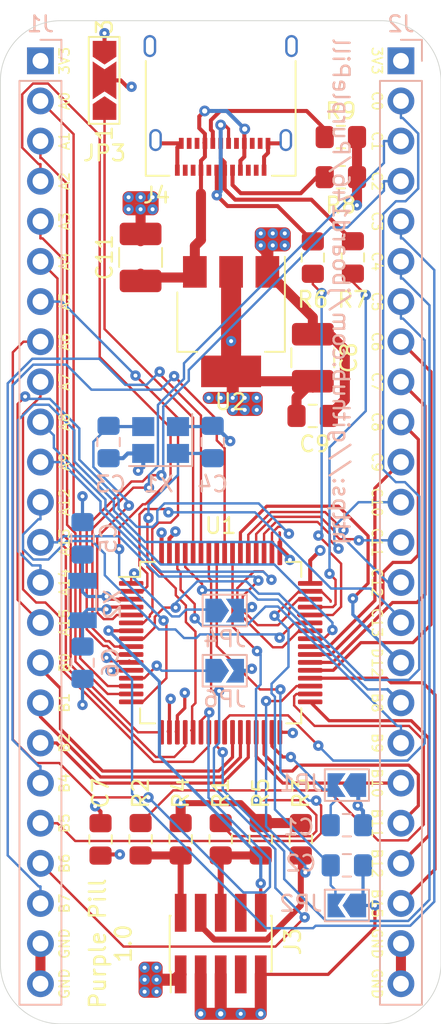
<source format=kicad_pcb>
(kicad_pcb (version 20171130) (host pcbnew 5.0.2+dfsg1-1)
  (title_block (title PurplePill) (date 2019-05-14) (rev 1.0) (company "Jennifer Boardman"))
  (layers (0 F.Cu signal) (1 3v3 power) (2 GND signal) (31 B.Cu signal) (34 B.Paste user) (35 F.Paste user) (36 B.SilkS user) (37 F.SilkS user) (38 B.Mask user hide) (39 F.Mask user) (44 Edge.Cuts user))
  (net 0 "")
  (net 1 GND)
  (net 2 "Net-(C1-Pad1)")
  (net 3 "Net-(C2-Pad1)")
  (net 4 "Net-(C3-Pad1)")
  (net 5 "Net-(C4-Pad1)")
  (net 6 "Net-(C5-Pad1)")
  (net 7 "Net-(C6-Pad1)")
  (net 8 +3V3)
  (net 9 "Net-(C11-Pad1)")
  (net 10 /PB7)
  (net 11 /PB6)
  (net 12 /PB5)
  (net 13 /PB4)
  (net 14 /PB2)
  (net 15 /PB1)
  (net 16 /PB0)
  (net 17 /PA15)
  (net 18 /PA14)
  (net 19 /PA13)
  (net 20 /PA10)
  (net 21 /PA9)
  (net 22 /PA8)
  (net 23 /PA7)
  (net 24 /PA6)
  (net 25 /PA5)
  (net 26 /PA4)
  (net 27 /PA3)
  (net 28 /PA2)
  (net 29 /PA1)
  (net 30 /PA0)
  (net 31 /PB15)
  (net 32 /PB12)
  (net 33 /PB11)
  (net 34 /PB10)
  (net 35 /PB9)
  (net 36 /PB8)
  (net 37 /PD2)
  (net 38 /PC13)
  (net 39 /PC12)
  (net 40 /PC11)
  (net 41 /PC10)
  (net 42 /PC9)
  (net 43 /PC8)
  (net 44 /PC7)
  (net 45 /PC6)
  (net 46 /PC5)
  (net 47 /PC4)
  (net 48 /PC3)
  (net 49 /PC2)
  (net 50 /PC1)
  (net 51 /PC0)
  (net 52 /RESET)
  (net 53 "Net-(J3-Pad8)")
  (net 54 "Net-(J3-Pad7)")
  (net 55 "Net-(J3-Pad6)")
  (net 56 "Net-(J3-Pad4)")
  (net 57 "Net-(J3-Pad2)")
  (net 58 "Net-(J4-PadB8)")
  (net 59 "Net-(J4-PadA7)")
  (net 60 "Net-(J4-PadA6)")
  (net 61 "Net-(J4-PadB5)")
  (net 62 "Net-(J4-PadA8)")
  (net 63 "Net-(J4-PadA5)")
  (net 64 "Net-(JP3-Pad1)")
  (net 65 "Net-(JP4-Pad1)")
  (net 66 "Net-(JP6-Pad1)")
  (net 67 "Net-(R1-Pad1)")
  (net 68 "Net-(R2-Pad1)")
  (net 69 "Net-(R6-Pad2)")
  (net 70 "Net-(R7-Pad2)")
  (module Capacitor_SMD:C_1210_3225Metric_Pad1.42x2.65mm_HandSolder (layer F.Cu) (at 144.272 94.996 90)
    (fp_text reference C8 (at 0 2.286 90) (layer F.SilkS))
    (fp_text value 100nF)
    (pad 2 smd roundrect (at 1.4875 0 90) (size 1.425 2.65) (layers F.Cu F.Paste F.Mask) (roundrect_rratio 0.175439) (net 1 GND))
    (pad 1 smd roundrect (at -1.4875 0 90) (size 1.425 2.65) (layers F.Cu F.Paste F.Mask) (roundrect_rratio 0.175439) (net 8 +3V3))
  )
  (module Capacitor_SMD:C_1210_3225Metric_Pad1.42x2.65mm_HandSolder (layer F.Cu) (at 133.35 88.646 90)
    (fp_text reference C11 (at 0 -2.28 90) (layer F.SilkS))
    (fp_text value 100nF)
    (pad 2 smd roundrect (at 1.4875 0 90) (size 1.425 2.65) (layers F.Cu F.Paste F.Mask) (roundrect_rratio 0.175439) (net 1 GND))
    (pad 1 smd roundrect (at -1.4875 0 90) (size 1.425 2.65) (layers F.Cu F.Paste F.Mask) (roundrect_rratio 0.175439) (net 9 "Net-(C11-Pad1)"))
  )
  (module Connector_PinHeader_2.54mm:PinHeader_1x24_P2.54mm_Vertical (layer B.Cu) (at 127 76.2 180)
    (fp_text reference J1 (at 0 2.33) (layer B.SilkS) (effects (justify mirror)))
    (fp_text value Conn_01x24_MountingPin)
    (pad 24 thru_hole oval (at 0 -58.42 180) (size 1.7 1.7) (drill 1) (layers *.Cu *.Mask) (net 1 GND))
    (pad 23 thru_hole oval (at 0 -55.88 180) (size 1.7 1.7) (drill 1) (layers *.Cu *.Mask) (net 1 GND))
    (pad 22 thru_hole oval (at 0 -53.34 180) (size 1.7 1.7) (drill 1) (layers *.Cu *.Mask) (net 10 /PB7))
    (pad 21 thru_hole oval (at 0 -50.8 180) (size 1.7 1.7) (drill 1) (layers *.Cu *.Mask) (net 11 /PB6))
    (pad 20 thru_hole oval (at 0 -48.26 180) (size 1.7 1.7) (drill 1) (layers *.Cu *.Mask) (net 12 /PB5))
    (pad 19 thru_hole oval (at 0 -45.72 180) (size 1.7 1.7) (drill 1) (layers *.Cu *.Mask) (net 13 /PB4))
    (pad 18 thru_hole oval (at 0 -43.18 180) (size 1.7 1.7) (drill 1) (layers *.Cu *.Mask) (net 14 /PB2))
    (pad 17 thru_hole oval (at 0 -40.64 180) (size 1.7 1.7) (drill 1) (layers *.Cu *.Mask) (net 15 /PB1))
    (pad 16 thru_hole oval (at 0 -38.1 180) (size 1.7 1.7) (drill 1) (layers *.Cu *.Mask) (net 16 /PB0))
    (pad 15 thru_hole oval (at 0 -35.56 180) (size 1.7 1.7) (drill 1) (layers *.Cu *.Mask) (net 17 /PA15))
    (pad 14 thru_hole oval (at 0 -33.02 180) (size 1.7 1.7) (drill 1) (layers *.Cu *.Mask) (net 18 /PA14))
    (pad 13 thru_hole oval (at 0 -30.48 180) (size 1.7 1.7) (drill 1) (layers *.Cu *.Mask) (net 19 /PA13))
    (pad 12 thru_hole oval (at 0 -27.94 180) (size 1.7 1.7) (drill 1) (layers *.Cu *.Mask) (net 20 /PA10))
    (pad 11 thru_hole oval (at 0 -25.4 180) (size 1.7 1.7) (drill 1) (layers *.Cu *.Mask) (net 21 /PA9))
    (pad 10 thru_hole oval (at 0 -22.86 180) (size 1.7 1.7) (drill 1) (layers *.Cu *.Mask) (net 22 /PA8))
    (pad 9 thru_hole oval (at 0 -20.32 180) (size 1.7 1.7) (drill 1) (layers *.Cu *.Mask) (net 23 /PA7))
    (pad 8 thru_hole oval (at 0 -17.78 180) (size 1.7 1.7) (drill 1) (layers *.Cu *.Mask) (net 24 /PA6))
    (pad 7 thru_hole oval (at 0 -15.24 180) (size 1.7 1.7) (drill 1) (layers *.Cu *.Mask) (net 25 /PA5))
    (pad 6 thru_hole oval (at 0 -12.7 180) (size 1.7 1.7) (drill 1) (layers *.Cu *.Mask) (net 26 /PA4))
    (pad 5 thru_hole oval (at 0 -10.16 180) (size 1.7 1.7) (drill 1) (layers *.Cu *.Mask) (net 27 /PA3))
    (pad 4 thru_hole oval (at 0 -7.62 180) (size 1.7 1.7) (drill 1) (layers *.Cu *.Mask) (net 28 /PA2))
    (pad 3 thru_hole oval (at 0 -5.08 180) (size 1.7 1.7) (drill 1) (layers *.Cu *.Mask) (net 29 /PA1))
    (pad 2 thru_hole oval (at 0 -2.54 180) (size 1.7 1.7) (drill 1) (layers *.Cu *.Mask) (net 30 /PA0))
    (pad 1 thru_hole rect (at 0 0 180) (size 1.7 1.7) (drill 1) (layers *.Cu *.Mask) (net 8 +3V3))
  )
  (module Jumper:SolderJumper-2_P1.3mm_Open_TrianglePad1.0x1.5mm (layer B.Cu) (at 146.431 122.047 180)
    (fp_text reference JP1 (at 2.921 0.127 180) (layer B.SilkS) (effects (justify mirror)))
    (fp_text value Jumper_NC_Small)
    (pad 1 smd custom (at -0.725 0 180) (size 0.3 0.3) (layers B.Cu B.Mask) (net 1 GND) (options (clearance outline) (anchor rect)) (primitives (gr_poly (pts (xy -0.5 0.75) (xy 0.5 0.75) (xy 1 0) (xy 0.5 -0.75) (xy -0.5 -0.75)) (width 0))))
    (pad 2 smd custom (at 0.725 0 180) (size 0.3 0.3) (layers B.Cu B.Mask) (net 2 "Net-(C1-Pad1)") (options (clearance outline) (anchor rect)) (primitives (gr_poly (pts (xy -0.65 0.75) (xy 0.5 0.75) (xy 0.5 -0.75) (xy -0.65 -0.75) (xy -0.15 0)) (width 0))))
  )
  (module Connector_PinHeader_2.54mm:PinHeader_1x24_P2.54mm_Vertical (layer B.Cu) (at 149.86 76.2 180)
    (fp_text reference J2 (at 0 2.33) (layer B.SilkS) (effects (justify mirror)))
    (fp_text value Conn_01x24_MountingPin)
    (pad 24 thru_hole oval (at 0 -58.42 180) (size 1.7 1.7) (drill 1) (layers *.Cu *.Mask) (net 1 GND))
    (pad 23 thru_hole oval (at 0 -55.88 180) (size 1.7 1.7) (drill 1) (layers *.Cu *.Mask) (net 1 GND))
    (pad 22 thru_hole oval (at 0 -53.34 180) (size 1.7 1.7) (drill 1) (layers *.Cu *.Mask) (net 31 /PB15))
    (pad 21 thru_hole oval (at 0 -50.8 180) (size 1.7 1.7) (drill 1) (layers *.Cu *.Mask) (net 32 /PB12))
    (pad 20 thru_hole oval (at 0 -48.26 180) (size 1.7 1.7) (drill 1) (layers *.Cu *.Mask) (net 33 /PB11))
    (pad 19 thru_hole oval (at 0 -45.72 180) (size 1.7 1.7) (drill 1) (layers *.Cu *.Mask) (net 34 /PB10))
    (pad 18 thru_hole oval (at 0 -43.18 180) (size 1.7 1.7) (drill 1) (layers *.Cu *.Mask) (net 35 /PB9))
    (pad 17 thru_hole oval (at 0 -40.64 180) (size 1.7 1.7) (drill 1) (layers *.Cu *.Mask) (net 36 /PB8))
    (pad 16 thru_hole oval (at 0 -38.1 180) (size 1.7 1.7) (drill 1) (layers *.Cu *.Mask) (net 37 /PD2))
    (pad 15 thru_hole oval (at 0 -35.56 180) (size 1.7 1.7) (drill 1) (layers *.Cu *.Mask) (net 38 /PC13))
    (pad 14 thru_hole oval (at 0 -33.02 180) (size 1.7 1.7) (drill 1) (layers *.Cu *.Mask) (net 39 /PC12))
    (pad 13 thru_hole oval (at 0 -30.48 180) (size 1.7 1.7) (drill 1) (layers *.Cu *.Mask) (net 40 /PC11))
    (pad 12 thru_hole oval (at 0 -27.94 180) (size 1.7 1.7) (drill 1) (layers *.Cu *.Mask) (net 41 /PC10))
    (pad 11 thru_hole oval (at 0 -25.4 180) (size 1.7 1.7) (drill 1) (layers *.Cu *.Mask) (net 42 /PC9))
    (pad 10 thru_hole oval (at 0 -22.86 180) (size 1.7 1.7) (drill 1) (layers *.Cu *.Mask) (net 43 /PC8))
    (pad 9 thru_hole oval (at 0 -20.32 180) (size 1.7 1.7) (drill 1) (layers *.Cu *.Mask) (net 44 /PC7))
    (pad 8 thru_hole oval (at 0 -17.78 180) (size 1.7 1.7) (drill 1) (layers *.Cu *.Mask) (net 45 /PC6))
    (pad 7 thru_hole oval (at 0 -15.24 180) (size 1.7 1.7) (drill 1) (layers *.Cu *.Mask) (net 46 /PC5))
    (pad 6 thru_hole oval (at 0 -12.7 180) (size 1.7 1.7) (drill 1) (layers *.Cu *.Mask) (net 47 /PC4))
    (pad 5 thru_hole oval (at 0 -10.16 180) (size 1.7 1.7) (drill 1) (layers *.Cu *.Mask) (net 48 /PC3))
    (pad 4 thru_hole oval (at 0 -7.62 180) (size 1.7 1.7) (drill 1) (layers *.Cu *.Mask) (net 49 /PC2))
    (pad 3 thru_hole oval (at 0 -5.08 180) (size 1.7 1.7) (drill 1) (layers *.Cu *.Mask) (net 50 /PC1))
    (pad 2 thru_hole oval (at 0 -2.54 180) (size 1.7 1.7) (drill 1) (layers *.Cu *.Mask) (net 51 /PC0))
    (pad 1 thru_hole rect (at 0 0 180) (size 1.7 1.7) (drill 1) (layers *.Cu *.Mask) (net 8 +3V3))
  )
  (module Capacitor_SMD:C_0805_2012Metric_Pad1.15x1.40mm_HandSolder (layer B.Cu) (at 137.922 100.33 90)
    (fp_text reference C4 (at -2.667 0 180) (layer B.SilkS) (effects (justify mirror)))
    (fp_text value 20pF)
    (pad 2 smd roundrect (at 1.025 0 90) (size 1.15 1.4) (layers B.Cu B.Paste B.Mask) (roundrect_rratio 0.217391) (net 1 GND))
    (pad 1 smd roundrect (at -1.025 0 90) (size 1.15 1.4) (layers B.Cu B.Paste B.Mask) (roundrect_rratio 0.217391) (net 5 "Net-(C4-Pad1)"))
  )
  (module Connector_USB:USB_C_Receptacle_Amphenol_12401610E4-2A (layer F.Cu) (at 138.43 78.105 180)
    (fp_text reference J4 (at 4.064 -6.604) (layer F.SilkS))
    (fp_text value USB_C_Receptacle_USB2.0)
    (pad B12 smd rect (at -3 -3.32 180) (size 0.3 0.7) (layers F.Cu F.Paste F.Mask) (net 1 GND))
    (pad B11 smd rect (at -2.5 -3.32 180) (size 0.3 0.7) (layers F.Cu F.Paste F.Mask))
    (pad B10 smd rect (at -2 -3.32 180) (size 0.3 0.7) (layers F.Cu F.Paste F.Mask))
    (pad B9 smd rect (at -1.5 -3.32 180) (size 0.3 0.7) (layers F.Cu F.Paste F.Mask) (net 9 "Net-(C11-Pad1)"))
    (pad B8 smd rect (at -1 -3.32 180) (size 0.3 0.7) (layers F.Cu F.Paste F.Mask) (net 58 "Net-(J4-PadB8)"))
    (pad B7 smd rect (at -0.5 -3.32 180) (size 0.3 0.7) (layers F.Cu F.Paste F.Mask) (net 59 "Net-(J4-PadA7)"))
    (pad B6 smd rect (at 0 -3.32 180) (size 0.3 0.7) (layers F.Cu F.Paste F.Mask) (net 60 "Net-(J4-PadA6)"))
    (pad B5 smd rect (at 0.5 -3.32 180) (size 0.3 0.7) (layers F.Cu F.Paste F.Mask) (net 61 "Net-(J4-PadB5)"))
    (pad B4 smd rect (at 1 -3.32 180) (size 0.3 0.7) (layers F.Cu F.Paste F.Mask) (net 9 "Net-(C11-Pad1)"))
    (pad B3 smd rect (at 1.5 -3.32 180) (size 0.3 0.7) (layers F.Cu F.Paste F.Mask))
    (pad B2 smd rect (at 2 -3.32 180) (size 0.3 0.7) (layers F.Cu F.Paste F.Mask))
    (pad "" np_thru_hole circle (at -3.6 -4.36 180) (size 0.65 0.65) (drill 0.65) (layers *.Cu *.Mask))
    (pad "" np_thru_hole oval (at 3.6 -4.36 180) (size 0.95 0.65) (drill oval 0.95 0.65) (layers *.Cu *.Mask))
    (pad S1 thru_hole oval (at -4.49 2.84 180) (size 0.8 1.4) (drill oval 0.5 1.1) (layers *.Cu *.Mask) (net 1 GND))
    (pad S1 thru_hole oval (at 4.49 2.84 180) (size 0.8 1.4) (drill oval 0.5 1.1) (layers *.Cu *.Mask) (net 1 GND))
    (pad S1 thru_hole oval (at 4.13 -3.11 180) (size 0.8 1.4) (drill oval 0.5 1.1) (layers *.Cu *.Mask) (net 1 GND))
    (pad B1 smd rect (at 2.5 -3.32 180) (size 0.3 0.7) (layers F.Cu F.Paste F.Mask) (net 1 GND))
    (pad A11 smd rect (at 2.25 -5.02 180) (size 0.3 0.7) (layers F.Cu F.Paste F.Mask))
    (pad A8 smd rect (at 0.75 -5.02 180) (size 0.3 0.7) (layers F.Cu F.Paste F.Mask) (net 62 "Net-(J4-PadA8)"))
    (pad A9 smd rect (at 1.25 -5.02 180) (size 0.3 0.7) (layers F.Cu F.Paste F.Mask) (net 9 "Net-(C11-Pad1)"))
    (pad A10 smd rect (at 1.75 -5.02 180) (size 0.3 0.7) (layers F.Cu F.Paste F.Mask))
    (pad A12 smd rect (at 2.75 -5.02 180) (size 0.3 0.7) (layers F.Cu F.Paste F.Mask) (net 1 GND))
    (pad A7 smd rect (at 0.25 -5.02 180) (size 0.3 0.7) (layers F.Cu F.Paste F.Mask) (net 59 "Net-(J4-PadA7)"))
    (pad A6 smd rect (at -0.25 -5.02 180) (size 0.3 0.7) (layers F.Cu F.Paste F.Mask) (net 60 "Net-(J4-PadA6)"))
    (pad A5 smd rect (at -0.75 -5.02 180) (size 0.3 0.7) (layers F.Cu F.Paste F.Mask) (net 63 "Net-(J4-PadA5)"))
    (pad A4 smd rect (at -1.25 -5.02 180) (size 0.3 0.7) (layers F.Cu F.Paste F.Mask) (net 9 "Net-(C11-Pad1)"))
    (pad A3 smd rect (at -1.75 -5.02 180) (size 0.3 0.7) (layers F.Cu F.Paste F.Mask))
    (pad A2 smd rect (at -2.25 -5.02 180) (size 0.3 0.7) (layers F.Cu F.Paste F.Mask))
    (pad A1 smd rect (at -2.75 -5.02 180) (size 0.3 0.7) (layers F.Cu F.Paste F.Mask) (net 1 GND))
    (pad S1 thru_hole oval (at -4.13 -3.11 180) (size 0.8 1.4) (drill oval 0.5 1.1) (layers *.Cu *.Mask) (net 1 GND))
  )
  (module Crystal:Crystal_SMD_3215-2Pin_3.2x1.5mm (layer B.Cu) (at 129.667 110.363 90)
    (fp_text reference X2 (at -0.254 1.905 270) (layer B.SilkS) (effects (justify mirror)))
    (fp_text value 32.768KHz)
    (pad 2 smd rect (at -1.25 0 90) (size 1 1.8) (layers B.Cu B.Paste B.Mask) (net 7 "Net-(C6-Pad1)"))
    (pad 1 smd rect (at 1.25 0 90) (size 1 1.8) (layers B.Cu B.Paste B.Mask) (net 6 "Net-(C5-Pad1)"))
  )
  (module Crystal:Crystal_SMD_Abracon_ABM8G-4Pin_3.2x2.5mm (layer B.Cu) (at 134.62 100.203 180)
    (fp_text reference X1 (at 0.127 -2.794 180) (layer B.SilkS) (effects (justify mirror)))
    (fp_text value 8Mhz)
    (pad 4 smd rect (at -1.1 0.85 180) (size 1.4 1.2) (layers B.Cu B.Paste B.Mask) (net 1 GND))
    (pad 3 smd rect (at 1.1 0.85 180) (size 1.4 1.2) (layers B.Cu B.Paste B.Mask) (net 4 "Net-(C3-Pad1)"))
    (pad 2 smd rect (at 1.1 -0.85 180) (size 1.4 1.2) (layers B.Cu B.Paste B.Mask) (net 1 GND))
    (pad 1 smd rect (at -1.1 -0.85 180) (size 1.4 1.2) (layers B.Cu B.Paste B.Mask) (net 5 "Net-(C4-Pad1)"))
  )
  (module Package_TO_SOT_SMD:SOT-223-3_TabPin2 (layer F.Cu) (at 139.09 92.71 270)
    (fp_text reference U2 (at 5.08 0.025 180) (layer F.SilkS))
    (fp_text value LD1117S33TR_SOT223)
    (pad 1 smd rect (at -3.15 -2.3 270) (size 2 1.5) (layers F.Cu F.Paste F.Mask) (net 1 GND))
    (pad 3 smd rect (at -3.15 2.3 270) (size 2 1.5) (layers F.Cu F.Paste F.Mask) (net 9 "Net-(C11-Pad1)"))
    (pad 2 smd rect (at -3.15 0 270) (size 2 1.5) (layers F.Cu F.Paste F.Mask) (net 8 +3V3))
    (pad 2 smd rect (at 3.15 0 270) (size 2 3.8) (layers F.Cu F.Paste F.Mask) (net 8 +3V3))
  )
  (module Package_QFP:LQFP-64_10x10mm_P0.5mm (layer F.Cu) (at 138.43 113.03)
    (fp_text reference U1 (at 0 -7.4) (layer F.SilkS))
    (fp_text value STM32F405RGTx)
    (pad 64 smd roundrect (at -3.75 -5.675) (size 0.3 1.55) (layers F.Cu F.Paste F.Mask) (net 8 +3V3))
    (pad 63 smd roundrect (at -3.25 -5.675) (size 0.3 1.55) (layers F.Cu F.Paste F.Mask) (net 1 GND))
    (pad 62 smd roundrect (at -2.75 -5.675) (size 0.3 1.55) (layers F.Cu F.Paste F.Mask) (net 35 /PB9))
    (pad 61 smd roundrect (at -2.25 -5.675) (size 0.3 1.55) (layers F.Cu F.Paste F.Mask) (net 36 /PB8))
    (pad 60 smd roundrect (at -1.75 -5.675) (size 0.3 1.55) (layers F.Cu F.Paste F.Mask) (net 64 "Net-(JP3-Pad1)"))
    (pad 59 smd roundrect (at -1.25 -5.675) (size 0.3 1.55) (layers F.Cu F.Paste F.Mask) (net 10 /PB7))
    (pad 58 smd roundrect (at -0.75 -5.675) (size 0.3 1.55) (layers F.Cu F.Paste F.Mask) (net 11 /PB6))
    (pad 57 smd roundrect (at -0.25 -5.675) (size 0.3 1.55) (layers F.Cu F.Paste F.Mask) (net 12 /PB5))
    (pad 56 smd roundrect (at 0.25 -5.675) (size 0.3 1.55) (layers F.Cu F.Paste F.Mask) (net 13 /PB4))
    (pad 55 smd roundrect (at 0.75 -5.675) (size 0.3 1.55) (layers F.Cu F.Paste F.Mask) (net 67 "Net-(R1-Pad1)"))
    (pad 54 smd roundrect (at 1.25 -5.675) (size 0.3 1.55) (layers F.Cu F.Paste F.Mask) (net 37 /PD2))
    (pad 53 smd roundrect (at 1.75 -5.675) (size 0.3 1.55) (layers F.Cu F.Paste F.Mask) (net 39 /PC12))
    (pad 52 smd roundrect (at 2.25 -5.675) (size 0.3 1.55) (layers F.Cu F.Paste F.Mask) (net 40 /PC11))
    (pad 51 smd roundrect (at 2.75 -5.675) (size 0.3 1.55) (layers F.Cu F.Paste F.Mask) (net 41 /PC10))
    (pad 50 smd roundrect (at 3.25 -5.675) (size 0.3 1.55) (layers F.Cu F.Paste F.Mask) (net 17 /PA15))
    (pad 49 smd roundrect (at 3.75 -5.675) (size 0.3 1.55) (layers F.Cu F.Paste F.Mask) (net 18 /PA14))
    (pad 48 smd roundrect (at 5.675 -3.75) (size 1.55 0.3) (layers F.Cu F.Paste F.Mask) (net 8 +3V3))
    (pad 47 smd roundrect (at 5.675 -3.25) (size 1.55 0.3) (layers F.Cu F.Paste F.Mask) (net 3 "Net-(C2-Pad1)"))
    (pad 46 smd roundrect (at 5.675 -2.75) (size 1.55 0.3) (layers F.Cu F.Paste F.Mask) (net 19 /PA13))
    (pad 45 smd roundrect (at 5.675 -2.25) (size 1.55 0.3) (layers F.Cu F.Paste F.Mask) (net 70 "Net-(R7-Pad2)"))
    (pad 44 smd roundrect (at 5.675 -1.75) (size 1.55 0.3) (layers F.Cu F.Paste F.Mask) (net 69 "Net-(R6-Pad2)"))
    (pad 43 smd roundrect (at 5.675 -1.25) (size 1.55 0.3) (layers F.Cu F.Paste F.Mask) (net 20 /PA10))
    (pad 42 smd roundrect (at 5.675 -0.75) (size 1.55 0.3) (layers F.Cu F.Paste F.Mask) (net 21 /PA9))
    (pad 41 smd roundrect (at 5.675 -0.25) (size 1.55 0.3) (layers F.Cu F.Paste F.Mask) (net 22 /PA8))
    (pad 40 smd roundrect (at 5.675 0.25) (size 1.55 0.3) (layers F.Cu F.Paste F.Mask) (net 42 /PC9))
    (pad 39 smd roundrect (at 5.675 0.75) (size 1.55 0.3) (layers F.Cu F.Paste F.Mask) (net 43 /PC8))
    (pad 38 smd roundrect (at 5.675 1.25) (size 1.55 0.3) (layers F.Cu F.Paste F.Mask) (net 44 /PC7))
    (pad 37 smd roundrect (at 5.675 1.75) (size 1.55 0.3) (layers F.Cu F.Paste F.Mask) (net 45 /PC6))
    (pad 36 smd roundrect (at 5.675 2.25) (size 1.55 0.3) (layers F.Cu F.Paste F.Mask) (net 31 /PB15))
    (pad 35 smd roundrect (at 5.675 2.75) (size 1.55 0.3) (layers F.Cu F.Paste F.Mask) (net 56 "Net-(J3-Pad4)"))
    (pad 34 smd roundrect (at 5.675 3.25) (size 1.55 0.3) (layers F.Cu F.Paste F.Mask) (net 68 "Net-(R2-Pad1)"))
    (pad 33 smd roundrect (at 5.675 3.75) (size 1.55 0.3) (layers F.Cu F.Paste F.Mask) (net 32 /PB12))
    (pad 32 smd roundrect (at 3.75 5.675) (size 0.3 1.55) (layers F.Cu F.Paste F.Mask) (net 8 +3V3))
    (pad 31 smd roundrect (at 3.25 5.675) (size 0.3 1.55) (layers F.Cu F.Paste F.Mask) (net 2 "Net-(C1-Pad1)"))
    (pad 30 smd roundrect (at 2.75 5.675) (size 0.3 1.55) (layers F.Cu F.Paste F.Mask) (net 33 /PB11))
    (pad 29 smd roundrect (at 2.25 5.675) (size 0.3 1.55) (layers F.Cu F.Paste F.Mask) (net 34 /PB10))
    (pad 28 smd roundrect (at 1.75 5.675) (size 0.3 1.55) (layers F.Cu F.Paste F.Mask) (net 14 /PB2))
    (pad 27 smd roundrect (at 1.25 5.675) (size 0.3 1.55) (layers F.Cu F.Paste F.Mask) (net 15 /PB1))
    (pad 26 smd roundrect (at 0.75 5.675) (size 0.3 1.55) (layers F.Cu F.Paste F.Mask) (net 16 /PB0))
    (pad 25 smd roundrect (at 0.25 5.675) (size 0.3 1.55) (layers F.Cu F.Paste F.Mask) (net 46 /PC5))
    (pad 24 smd roundrect (at -0.25 5.675) (size 0.3 1.55) (layers F.Cu F.Paste F.Mask) (net 47 /PC4))
    (pad 23 smd roundrect (at -0.75 5.675) (size 0.3 1.55) (layers F.Cu F.Paste F.Mask) (net 23 /PA7))
    (pad 22 smd roundrect (at -1.25 5.675) (size 0.3 1.55) (layers F.Cu F.Paste F.Mask) (net 24 /PA6))
    (pad 21 smd roundrect (at -1.75 5.675) (size 0.3 1.55) (layers F.Cu F.Paste F.Mask) (net 25 /PA5))
    (pad 20 smd roundrect (at -2.25 5.675) (size 0.3 1.55) (layers F.Cu F.Paste F.Mask) (net 26 /PA4))
    (pad 19 smd roundrect (at -2.75 5.675) (size 0.3 1.55) (layers F.Cu F.Paste F.Mask) (net 8 +3V3))
    (pad 18 smd roundrect (at -3.25 5.675) (size 0.3 1.55) (layers F.Cu F.Paste F.Mask) (net 1 GND))
    (pad 17 smd roundrect (at -3.75 5.675) (size 0.3 1.55) (layers F.Cu F.Paste F.Mask) (net 27 /PA3))
    (pad 16 smd roundrect (at -5.675 3.75) (size 1.55 0.3) (layers F.Cu F.Paste F.Mask) (net 28 /PA2))
    (pad 15 smd roundrect (at -5.675 3.25) (size 1.55 0.3) (layers F.Cu F.Paste F.Mask) (net 29 /PA1))
    (pad 14 smd roundrect (at -5.675 2.75) (size 1.55 0.3) (layers F.Cu F.Paste F.Mask) (net 30 /PA0))
    (pad 13 smd roundrect (at -5.675 2.25) (size 1.55 0.3) (layers F.Cu F.Paste F.Mask) (net 66 "Net-(JP6-Pad1)"))
    (pad 12 smd roundrect (at -5.675 1.75) (size 1.55 0.3) (layers F.Cu F.Paste F.Mask) (net 1 GND))
    (pad 11 smd roundrect (at -5.675 1.25) (size 1.55 0.3) (layers F.Cu F.Paste F.Mask) (net 48 /PC3))
    (pad 10 smd roundrect (at -5.675 0.75) (size 1.55 0.3) (layers F.Cu F.Paste F.Mask) (net 49 /PC2))
    (pad 9 smd roundrect (at -5.675 0.25) (size 1.55 0.3) (layers F.Cu F.Paste F.Mask) (net 50 /PC1))
    (pad 8 smd roundrect (at -5.675 -0.25) (size 1.55 0.3) (layers F.Cu F.Paste F.Mask) (net 51 /PC0))
    (pad 7 smd roundrect (at -5.675 -0.75) (size 1.55 0.3) (layers F.Cu F.Paste F.Mask) (net 52 /RESET))
    (pad 6 smd roundrect (at -5.675 -1.25) (size 1.55 0.3) (layers F.Cu F.Paste F.Mask) (net 5 "Net-(C4-Pad1)"))
    (pad 5 smd roundrect (at -5.675 -1.75) (size 1.55 0.3) (layers F.Cu F.Paste F.Mask) (net 4 "Net-(C3-Pad1)"))
    (pad 4 smd roundrect (at -5.675 -2.25) (size 1.55 0.3) (layers F.Cu F.Paste F.Mask) (net 7 "Net-(C6-Pad1)"))
    (pad 3 smd roundrect (at -5.675 -2.75) (size 1.55 0.3) (layers F.Cu F.Paste F.Mask) (net 6 "Net-(C5-Pad1)"))
    (pad 2 smd roundrect (at -5.675 -3.25) (size 1.55 0.3) (layers F.Cu F.Paste F.Mask) (net 38 /PC13))
    (pad 1 smd roundrect (at -5.675 -3.75) (size 1.55 0.3) (layers F.Cu F.Paste F.Mask) (net 65 "Net-(JP4-Pad1)"))
  )
  (module Resistor_SMD:R_0805_2012Metric_Pad1.15x1.40mm_HandSolder (layer F.Cu) (at 146.05 81.026)
    (fp_text reference R9 (at 0 -1.65) (layer F.SilkS))
    (fp_text value 5R1K)
    (pad 2 smd roundrect (at 1.025 0) (size 1.15 1.4) (layers F.Cu F.Paste F.Mask) (roundrect_rratio 0.217391) (net 1 GND))
    (pad 1 smd roundrect (at -1.025 0) (size 1.15 1.4) (layers F.Cu F.Paste F.Mask) (roundrect_rratio 0.217391) (net 61 "Net-(J4-PadB5)"))
  )
  (module Resistor_SMD:R_0805_2012Metric_Pad1.15x1.40mm_HandSolder (layer F.Cu) (at 146.05 83.566)
    (fp_text reference R8 (at 0 1.778) (layer F.SilkS))
    (fp_text value 5R1K)
    (pad 2 smd roundrect (at 1.025 0) (size 1.15 1.4) (layers F.Cu F.Paste F.Mask) (roundrect_rratio 0.217391) (net 1 GND))
    (pad 1 smd roundrect (at -1.025 0) (size 1.15 1.4) (layers F.Cu F.Paste F.Mask) (roundrect_rratio 0.217391) (net 63 "Net-(J4-PadA5)"))
  )
  (module Resistor_SMD:R_0805_2012Metric_Pad1.15x1.40mm_HandSolder (layer F.Cu) (at 146.812 88.646 270)
    (fp_text reference R7 (at 2.667 0 180) (layer F.SilkS))
    (fp_text value 22R)
    (pad 2 smd roundrect (at 1.025 0 270) (size 1.15 1.4) (layers F.Cu F.Paste F.Mask) (roundrect_rratio 0.217391) (net 70 "Net-(R7-Pad2)"))
    (pad 1 smd roundrect (at -1.025 0 270) (size 1.15 1.4) (layers F.Cu F.Paste F.Mask) (roundrect_rratio 0.217391) (net 60 "Net-(J4-PadA6)"))
  )
  (module Resistor_SMD:R_0805_2012Metric_Pad1.15x1.40mm_HandSolder (layer F.Cu) (at 144.272 88.655 270)
    (fp_text reference R6 (at 2.658 0 180) (layer F.SilkS))
    (fp_text value 22R)
    (pad 2 smd roundrect (at 1.025 0 270) (size 1.15 1.4) (layers F.Cu F.Paste F.Mask) (roundrect_rratio 0.217391) (net 69 "Net-(R6-Pad2)"))
    (pad 1 smd roundrect (at -1.025 0 270) (size 1.15 1.4) (layers F.Cu F.Paste F.Mask) (roundrect_rratio 0.217391) (net 59 "Net-(J4-PadA7)"))
  )
  (module Resistor_SMD:R_0805_2012Metric_Pad1.15x1.40mm_HandSolder (layer F.Cu) (at 140.97 125.476 90)
    (fp_text reference R5 (at 2.921 0 90) (layer F.SilkS))
    (fp_text value 10K)
    (pad 2 smd roundrect (at 1.025 0 90) (size 1.15 1.4) (layers F.Cu F.Paste F.Mask) (roundrect_rratio 0.217391) (net 8 +3V3))
    (pad 1 smd roundrect (at -1.025 0 90) (size 1.15 1.4) (layers F.Cu F.Paste F.Mask) (roundrect_rratio 0.217391) (net 55 "Net-(J3-Pad6)"))
  )
  (module Resistor_SMD:R_0805_2012Metric_Pad1.15x1.40mm_HandSolder (layer F.Cu) (at 135.89 125.476 90)
    (fp_text reference R4 (at 2.921 0 90) (layer F.SilkS))
    (fp_text value 10K)
    (pad 2 smd roundrect (at 1.025 0 90) (size 1.15 1.4) (layers F.Cu F.Paste F.Mask) (roundrect_rratio 0.217391) (net 8 +3V3))
    (pad 1 smd roundrect (at -1.025 0 90) (size 1.15 1.4) (layers F.Cu F.Paste F.Mask) (roundrect_rratio 0.217391) (net 57 "Net-(J3-Pad2)"))
  )
  (module Resistor_SMD:R_0805_2012Metric_Pad1.15x1.40mm_HandSolder (layer F.Cu) (at 143.51 125.476 90)
    (fp_text reference R3 (at 2.921 0 90) (layer F.SilkS))
    (fp_text value 10K)
    (pad 2 smd roundrect (at 1.025 0 90) (size 1.15 1.4) (layers F.Cu F.Paste F.Mask) (roundrect_rratio 0.217391) (net 8 +3V3))
    (pad 1 smd roundrect (at -1.025 0 90) (size 1.15 1.4) (layers F.Cu F.Paste F.Mask) (roundrect_rratio 0.217391) (net 56 "Net-(J3-Pad4)"))
  )
  (module Resistor_SMD:R_0805_2012Metric_Pad1.15x1.40mm_HandSolder (layer F.Cu) (at 133.35 125.476 270)
    (fp_text reference R2 (at -2.921 0 90) (layer F.SilkS))
    (fp_text value 22R)
    (pad 2 smd roundrect (at 1.025 0 270) (size 1.15 1.4) (layers F.Cu F.Paste F.Mask) (roundrect_rratio 0.217391) (net 57 "Net-(J3-Pad2)"))
    (pad 1 smd roundrect (at -1.025 0 270) (size 1.15 1.4) (layers F.Cu F.Paste F.Mask) (roundrect_rratio 0.217391) (net 68 "Net-(R2-Pad1)"))
  )
  (module Resistor_SMD:R_0805_2012Metric_Pad1.15x1.40mm_HandSolder (layer F.Cu) (at 138.43 125.476 270)
    (fp_text reference R1 (at -2.921 0 90) (layer F.SilkS))
    (fp_text value 22R)
    (pad 2 smd roundrect (at 1.025 0 270) (size 1.15 1.4) (layers F.Cu F.Paste F.Mask) (roundrect_rratio 0.217391) (net 55 "Net-(J3-Pad6)"))
    (pad 1 smd roundrect (at -1.025 0 270) (size 1.15 1.4) (layers F.Cu F.Paste F.Mask) (roundrect_rratio 0.217391) (net 67 "Net-(R1-Pad1)"))
  )
  (module Jumper:SolderJumper-2_P1.3mm_Open_TrianglePad1.0x1.5mm (layer B.Cu) (at 138.684 114.808)
    (fp_text reference JP6 (at 0 1.8) (layer B.SilkS) (effects (justify mirror)))
    (fp_text value Jumper_NC_Small)
    (pad 1 smd custom (at -0.725 0) (size 0.3 0.3) (layers B.Cu B.Mask) (net 66 "Net-(JP6-Pad1)") (options (clearance outline) (anchor rect)) (primitives (gr_poly (pts (xy -0.5 0.75) (xy 0.5 0.75) (xy 1 0) (xy 0.5 -0.75) (xy -0.5 -0.75)) (width 0))))
    (pad 2 smd custom (at 0.725 0) (size 0.3 0.3) (layers B.Cu B.Mask) (net 8 +3V3) (options (clearance outline) (anchor rect)) (primitives (gr_poly (pts (xy -0.65 0.75) (xy 0.5 0.75) (xy 0.5 -0.75) (xy -0.65 -0.75) (xy -0.15 0)) (width 0))))
  )
  (module Jumper:SolderJumper-2_P1.3mm_Open_TrianglePad1.0x1.5mm (layer B.Cu) (at 138.684 110.998)
    (fp_text reference JP4 (at 0 1.8) (layer B.SilkS) (effects (justify mirror)))
    (fp_text value Jumper_NC_Small)
    (pad 1 smd custom (at -0.725 0) (size 0.3 0.3) (layers B.Cu B.Mask) (net 65 "Net-(JP4-Pad1)") (options (clearance outline) (anchor rect)) (primitives (gr_poly (pts (xy -0.5 0.75) (xy 0.5 0.75) (xy 1 0) (xy 0.5 -0.75) (xy -0.5 -0.75)) (width 0))))
    (pad 2 smd custom (at 0.725 0) (size 0.3 0.3) (layers B.Cu B.Mask) (net 8 +3V3) (options (clearance outline) (anchor rect)) (primitives (gr_poly (pts (xy -0.65 0.75) (xy 0.5 0.75) (xy 0.5 -0.75) (xy -0.65 -0.75) (xy -0.15 0)) (width 0))))
  )
  (module Jumper:SolderJumper-3_P2.0mm_Open_TrianglePad1.0x1.5mm_NumberLabels (layer F.Cu) (at 131.064 77.438 90)
    (fp_text reference JP3 (at -4.604 0 180) (layer F.SilkS))
    (fp_text value BOOT)
    (fp_text user 1 (at -3.35 0 90) (layer F.SilkS))
    (fp_text user 3 (at 3.4 0 90) (layer F.SilkS))
    (pad 3 smd custom (at 2 0 270) (size 0.3 0.3) (layers F.Cu F.Mask) (net 8 +3V3) (options (clearance outline) (anchor rect)) (primitives (gr_poly (pts (xy -0.5 -0.75) (xy 0.5 -0.75) (xy 1 0) (xy 0.5 0.75) (xy -0.5 0.75)) (width 0))))
    (pad 2 smd custom (at 0 0 90) (size 0.3 0.3) (layers F.Cu) (net 1 GND) (options (clearance outline) (anchor rect)) (primitives (gr_poly (pts (xy -1.2 -0.75) (xy 1.2 -0.75) (xy 0.7 0) (xy 1.2 0.75) (xy -1.2 0.75) (xy -0.7 0)) (width 0))))
    (pad 1 smd custom (at -2 0 90) (size 0.3 0.3) (layers F.Cu F.Mask) (net 64 "Net-(JP3-Pad1)") (options (clearance outline) (anchor rect)) (primitives (gr_poly (pts (xy -0.5 -0.75) (xy 0.5 -0.75) (xy 1 0) (xy 0.5 0.75) (xy -0.5 0.75)) (width 0))))
  )
  (module Jumper:SolderJumper-2_P1.3mm_Open_TrianglePad1.0x1.5mm (layer B.Cu) (at 146.431 129.667 180)
    (fp_text reference JP2 (at 2.921 0.127 180) (layer B.SilkS) (effects (justify mirror)))
    (fp_text value Jumper_NC_Small)
    (pad 1 smd custom (at -0.725 0 180) (size 0.3 0.3) (layers B.Cu B.Mask) (net 1 GND) (options (clearance outline) (anchor rect)) (primitives (gr_poly (pts (xy -0.5 0.75) (xy 0.5 0.75) (xy 1 0) (xy 0.5 -0.75) (xy -0.5 -0.75)) (width 0))))
    (pad 2 smd custom (at 0.725 0 180) (size 0.3 0.3) (layers B.Cu B.Mask) (net 3 "Net-(C2-Pad1)") (options (clearance outline) (anchor rect)) (primitives (gr_poly (pts (xy -0.65 0.75) (xy 0.5 0.75) (xy 0.5 -0.75) (xy -0.65 -0.75) (xy -0.15 0)) (width 0))))
  )
  (module Connector_PinHeader_1.27mm:PinHeader_2x05_P1.27mm_Vertical_SMD (layer F.Cu) (at 138.43 132.08 90)
    (fp_text reference J3 (at 0.127 4.572 90) (layer F.SilkS))
    (fp_text value JTAG_SWD_10)
    (pad 10 smd rect (at 1.95 2.54 90) (size 2.4 0.74) (layers F.Cu F.Paste F.Mask) (net 52 /RESET))
    (pad 9 smd rect (at -1.95 2.54 90) (size 2.4 0.74) (layers F.Cu F.Paste F.Mask) (net 1 GND))
    (pad 8 smd rect (at 1.95 1.27 90) (size 2.4 0.74) (layers F.Cu F.Paste F.Mask) (net 53 "Net-(J3-Pad8)"))
    (pad 7 smd rect (at -1.95 1.27 90) (size 2.4 0.74) (layers F.Cu F.Paste F.Mask) (net 54 "Net-(J3-Pad7)"))
    (pad 6 smd rect (at 1.95 0 90) (size 2.4 0.74) (layers F.Cu F.Paste F.Mask) (net 55 "Net-(J3-Pad6)"))
    (pad 5 smd rect (at -1.95 0 90) (size 2.4 0.74) (layers F.Cu F.Paste F.Mask) (net 1 GND))
    (pad 4 smd rect (at 1.95 -1.27 90) (size 2.4 0.74) (layers F.Cu F.Paste F.Mask) (net 56 "Net-(J3-Pad4)"))
    (pad 3 smd rect (at -1.95 -1.27 90) (size 2.4 0.74) (layers F.Cu F.Paste F.Mask) (net 1 GND))
    (pad 2 smd rect (at 1.95 -2.54 90) (size 2.4 0.74) (layers F.Cu F.Paste F.Mask) (net 57 "Net-(J3-Pad2)"))
    (pad 1 smd rect (at -1.95 -2.54 90) (size 2.4 0.74) (layers F.Cu F.Paste F.Mask) (net 8 +3V3))
  )
  (module Capacitor_SMD:C_0805_2012Metric_Pad1.15x1.40mm_HandSolder (layer F.Cu) (at 144.263 98.679)
    (fp_text reference C9 (at 0.127 1.778) (layer F.SilkS))
    (fp_text value 100nF)
    (pad 2 smd roundrect (at 1.025 0) (size 1.15 1.4) (layers F.Cu F.Paste F.Mask) (roundrect_rratio 0.217391) (net 1 GND))
    (pad 1 smd roundrect (at -1.025 0) (size 1.15 1.4) (layers F.Cu F.Paste F.Mask) (roundrect_rratio 0.217391) (net 8 +3V3))
  )
  (module Capacitor_SMD:C_0805_2012Metric_Pad1.15x1.40mm_HandSolder (layer F.Cu) (at 130.81 125.485 90)
    (fp_text reference C7 (at 2.93 0 90) (layer F.SilkS))
    (fp_text value 100nF)
    (pad 2 smd roundrect (at 1.025 0 90) (size 1.15 1.4) (layers F.Cu F.Paste F.Mask) (roundrect_rratio 0.217391) (net 1 GND))
    (pad 1 smd roundrect (at -1.025 0 90) (size 1.15 1.4) (layers F.Cu F.Paste F.Mask) (roundrect_rratio 0.217391) (net 8 +3V3))
  )
  (module Capacitor_SMD:C_0805_2012Metric_Pad1.15x1.40mm_HandSolder (layer B.Cu) (at 129.667 114.3 270)
    (fp_text reference C6 (at 0 -1.778 270) (layer B.SilkS) (effects (justify mirror)))
    (fp_text value 12.5pF)
    (pad 2 smd roundrect (at 1.025 0 270) (size 1.15 1.4) (layers B.Cu B.Paste B.Mask) (roundrect_rratio 0.217391) (net 1 GND))
    (pad 1 smd roundrect (at -1.025 0 270) (size 1.15 1.4) (layers B.Cu B.Paste B.Mask) (roundrect_rratio 0.217391) (net 7 "Net-(C6-Pad1)"))
  )
  (module Capacitor_SMD:C_0805_2012Metric_Pad1.15x1.40mm_HandSolder (layer B.Cu) (at 129.667 106.426 90)
    (fp_text reference C5 (at 0 1.65 90) (layer B.SilkS) (effects (justify mirror)))
    (fp_text value 12.5pF)
    (pad 2 smd roundrect (at 1.025 0 90) (size 1.15 1.4) (layers B.Cu B.Paste B.Mask) (roundrect_rratio 0.217391) (net 1 GND))
    (pad 1 smd roundrect (at -1.025 0 90) (size 1.15 1.4) (layers B.Cu B.Paste B.Mask) (roundrect_rratio 0.217391) (net 6 "Net-(C5-Pad1)"))
  )
  (module Capacitor_SMD:C_0805_2012Metric_Pad1.15x1.40mm_HandSolder (layer B.Cu) (at 131.318 100.33 270)
    (fp_text reference C3 (at 2.667 -0.127) (layer B.SilkS) (effects (justify mirror)))
    (fp_text value 20pF)
    (pad 2 smd roundrect (at 1.025 0 270) (size 1.15 1.4) (layers B.Cu B.Paste B.Mask) (roundrect_rratio 0.217391) (net 1 GND))
    (pad 1 smd roundrect (at -1.025 0 270) (size 1.15 1.4) (layers B.Cu B.Paste B.Mask) (roundrect_rratio 0.217391) (net 4 "Net-(C3-Pad1)"))
  )
  (module Capacitor_SMD:C_0805_2012Metric_Pad1.15x1.40mm_HandSolder (layer B.Cu) (at 146.431 127.127)
    (fp_text reference C2 (at -2.921 -0.127) (layer B.SilkS) (effects (justify mirror)))
    (fp_text value 2.2uF)
    (pad 2 smd roundrect (at 1.025 0) (size 1.15 1.4) (layers B.Cu B.Paste B.Mask) (roundrect_rratio 0.217391) (net 1 GND))
    (pad 1 smd roundrect (at -1.025 0) (size 1.15 1.4) (layers B.Cu B.Paste B.Mask) (roundrect_rratio 0.217391) (net 3 "Net-(C2-Pad1)"))
  )
  (module Capacitor_SMD:C_0805_2012Metric_Pad1.15x1.40mm_HandSolder (layer B.Cu) (at 146.431 124.587)
    (fp_text reference C1 (at -3.048 0.127) (layer B.SilkS) (effects (justify mirror)))
    (fp_text value 2.2uF)
    (pad 2 smd roundrect (at 1.025 0) (size 1.15 1.4) (layers B.Cu B.Paste B.Mask) (roundrect_rratio 0.217391) (net 1 GND))
    (pad 1 smd roundrect (at -1.025 0) (size 1.15 1.4) (layers B.Cu B.Paste B.Mask) (roundrect_rratio 0.217391) (net 2 "Net-(C1-Pad1)"))
  )
  (gr_text C0 (at 148.336 78.74 270) (layer F.SilkS) (effects (font (size 0.635 0.635) (thickness 0.1016))))
  (gr_text C1 (at 148.336 81.28 270) (layer F.SilkS) (effects (font (size 0.635 0.635) (thickness 0.1016))))
  (gr_text C2 (at 148.336 83.82 270) (layer F.SilkS) (effects (font (size 0.635 0.635) (thickness 0.1016))))
  (gr_text C3 (at 148.336 86.36 270) (layer F.SilkS) (effects (font (size 0.635 0.635) (thickness 0.1016))))
  (gr_text C4 (at 148.336 88.9 270) (layer F.SilkS) (effects (font (size 0.635 0.635) (thickness 0.1016))))
  (gr_text C5 (at 148.336 91.44 270) (layer F.SilkS) (effects (font (size 0.635 0.635) (thickness 0.1016))))
  (gr_text C6 (at 148.336 93.98 270) (layer F.SilkS) (effects (font (size 0.635 0.635) (thickness 0.1016))))
  (gr_text C7 (at 148.336 96.52 270) (layer F.SilkS) (effects (font (size 0.635 0.635) (thickness 0.1016))))
  (gr_text C8 (at 148.336 99.06 270) (layer F.SilkS) (effects (font (size 0.635 0.635) (thickness 0.1016))))
  (gr_text C9 (at 148.336 101.6 270) (layer F.SilkS) (effects (font (size 0.635 0.635) (thickness 0.1016))))
  (gr_text C10 (at 148.336 104.14 270) (layer F.SilkS) (effects (font (size 0.635 0.635) (thickness 0.1016))))
  (gr_text C11 (at 148.336 106.68 270) (layer F.SilkS) (effects (font (size 0.635 0.635) (thickness 0.1016))))
  (gr_text C12 (at 148.336 109.22 270) (layer F.SilkS) (effects (font (size 0.635 0.635) (thickness 0.1016))))
  (gr_text C13 (at 148.336 111.76 270) (layer F.SilkS) (effects (font (size 0.635 0.635) (thickness 0.1016))))
  (gr_text D12 (at 148.336 114.3 270) (layer F.SilkS) (effects (font (size 0.635 0.635) (thickness 0.1016))))
  (gr_text B8 (at 148.336 116.84 270) (layer F.SilkS) (effects (font (size 0.635 0.635) (thickness 0.1016))))
  (gr_text B9 (at 148.336 119.38 270) (layer F.SilkS) (effects (font (size 0.635 0.635) (thickness 0.1016))))
  (gr_text B10 (at 148.336 121.92 270) (layer F.SilkS) (effects (font (size 0.635 0.635) (thickness 0.1016))))
  (gr_text B11 (at 148.336 124.46 270) (layer F.SilkS) (effects (font (size 0.635 0.635) (thickness 0.1016))))
  (gr_text B12 (at 148.336 127 270) (layer F.SilkS) (effects (font (size 0.635 0.635) (thickness 0.1016))))
  (gr_text B15 (at 148.336 129.54 270) (layer F.SilkS) (effects (font (size 0.635 0.635) (thickness 0.1016))))
  (gr_text 3V3 (at 148.336 76.2 270) (layer F.SilkS) (effects (font (size 0.635 0.635) (thickness 0.1016))))
  (gr_text 3V3 (at 128.524 76.2 90) (layer F.SilkS) (effects (font (size 0.635 0.635) (thickness 0.1016))))
  (gr_text A0 (at 128.524 78.74 90) (layer F.SilkS) (effects (font (size 0.635 0.635) (thickness 0.1016))))
  (gr_text A1 (at 128.524 81.28 90) (layer F.SilkS) (effects (font (size 0.635 0.635) (thickness 0.1016))))
  (gr_text A2 (at 128.524 83.82 90) (layer F.SilkS) (effects (font (size 0.635 0.635) (thickness 0.1016))))
  (gr_text A3 (at 128.524 86.36 90) (layer F.SilkS) (effects (font (size 0.635 0.635) (thickness 0.1016))))
  (gr_text A4 (at 128.524 88.9 90) (layer F.SilkS) (effects (font (size 0.635 0.635) (thickness 0.1016))))
  (gr_text A5 (at 128.524 91.44 90) (layer F.SilkS) (effects (font (size 0.635 0.635) (thickness 0.1016))))
  (gr_text A6 (at 128.524 93.98 90) (layer F.SilkS) (effects (font (size 0.635 0.635) (thickness 0.1016))))
  (gr_text A7 (at 128.524 96.52 90) (layer F.SilkS) (effects (font (size 0.635 0.635) (thickness 0.1016))))
  (gr_text A8 (at 128.524 99.06 90) (layer F.SilkS) (effects (font (size 0.635 0.635) (thickness 0.1016))))
  (gr_text A9 (at 128.524 101.6 90) (layer F.SilkS) (effects (font (size 0.635 0.635) (thickness 0.1016))))
  (gr_text A12 (at 128.524 104.14 90) (layer F.SilkS) (effects (font (size 0.635 0.635) (thickness 0.1016))))
  (gr_text A13 (at 128.524 106.68 90) (layer F.SilkS) (effects (font (size 0.635 0.635) (thickness 0.1016))))
  (gr_text A14 (at 128.524 109.22 90) (layer F.SilkS) (effects (font (size 0.635 0.635) (thickness 0.1016))))
  (gr_text A15 (at 128.524 111.76 90) (layer F.SilkS) (effects (font (size 0.635 0.635) (thickness 0.1016))))
  (gr_text B0 (at 128.524 114.3 90) (layer F.SilkS) (effects (font (size 0.635 0.635) (thickness 0.1016))))
  (gr_text B1 (at 128.524 116.84 90) (layer F.SilkS) (effects (font (size 0.635 0.635) (thickness 0.1016))))
  (gr_text B2 (at 128.524 119.38 90) (layer F.SilkS) (effects (font (size 0.635 0.635) (thickness 0.1016))))
  (gr_text B4 (at 128.524 121.92 90) (layer F.SilkS) (effects (font (size 0.635 0.635) (thickness 0.1016))))
  (gr_text B5 (at 128.524 124.46 90) (layer F.SilkS) (effects (font (size 0.635 0.635) (thickness 0.1016))))
  (gr_text B6 (at 128.524 127 90) (layer F.SilkS) (effects (font (size 0.635 0.635) (thickness 0.1016))))
  (gr_text B7 (at 128.524 129.54 90) (layer F.SilkS) (effects (font (size 0.635 0.635) (thickness 0.1016))))
  (gr_text GND (at 148.336 132.08 270) (layer F.SilkS) (effects (font (size 0.635 0.635) (thickness 0.1016))))
  (gr_text GND (at 148.336 134.62 270) (layer F.SilkS) (effects (font (size 0.635 0.635) (thickness 0.1016))))
  (gr_text GND (at 128.524 132.08 90) (layer F.SilkS) (effects (font (size 0.635 0.635) (thickness 0.1016))))
  (gr_text GND (at 128.524 134.62 90) (layer F.SilkS) (effects (font (size 0.635 0.635) (thickness 0.1016))))
  (gr_text https://github.com/jboard146/PurplePill (at 146.05 90.805 270) (layer B.SilkS) (effects (font (size 1.016 1.016) (thickness 0.1524)) (justify mirror)))
  (gr_text "Purple Pill\n1.0" (at 131.445 132.08 90) (layer F.SilkS) (effects (font (size 1.016 1.016) (thickness 0.1524))))
  (gr_line (start 152.4 77.47) (end 152.4 133.35) (layer Edge.Cuts) (width 0.05))
  (gr_line (start 124.46 133.35) (end 124.46 77.47) (layer Edge.Cuts) (width 0.05))
  (gr_line (start 148.59 137.16) (end 128.27 137.16) (layer Edge.Cuts) (width 0.05))
  (gr_arc (start 148.59 133.35) (end 148.59 137.16) (angle -90) (layer Edge.Cuts) (width 0.05))
  (gr_arc (start 128.27 133.35) (end 124.46 133.35) (angle -90) (layer Edge.Cuts) (width 0.05))
  (gr_line (start 148.59 73.66) (end 128.27 73.66) (layer Edge.Cuts) (width 0.05))
  (gr_arc (start 148.59 77.47) (end 152.4 77.47) (angle -90) (layer Edge.Cuts) (width 0.05))
  (gr_arc (start 128.27 77.47) (end 128.27 73.66) (angle -90) (layer Edge.Cuts) (width 0.05))
  (segment (start 127 132.08) (end 127 134.62) (width 0.635) (layer F.Cu) (net 1))
  (segment (start 149.86 132.08) (end 149.86 134.62) (width 0.635) (layer F.Cu) (net 1))
  (segment (start 135.93 81.425) (end 135.68 81.675) (width 0.254) (layer F.Cu) (net 1))
  (segment (start 135.68 81.675) (end 135.68 83.125) (width 0.254) (layer F.Cu) (net 1))
  (segment (start 141.43 81.425) (end 141.43 82.029) (width 0.254) (layer F.Cu) (net 1))
  (segment (start 141.43 82.029) (end 141.18 82.279) (width 0.254) (layer F.Cu) (net 1))
  (segment (start 141.18 82.279) (end 141.18 83.125) (width 0.254) (layer F.Cu) (net 1))
  (segment (start 141.43 81.425) (end 142.35 81.425) (width 0.254) (layer F.Cu) (net 1))
  (segment (start 142.35 81.425) (end 142.56 81.215) (width 0.254) (layer F.Cu) (net 1))
  (segment (start 135.93 81.425) (end 134.51 81.425) (width 0.254) (layer F.Cu) (net 1))
  (segment (start 134.51 81.425) (end 134.3 81.215) (width 0.254) (layer F.Cu) (net 1))
  (segment (start 135.128 118.653) (end 135.18 118.705) (width 0.254) (layer F.Cu) (net 1))
  (segment (start 147.075 81.2921) (end 146.83 81.0547) (width 0.254) (layer F.Cu) (net 1))
  (segment (start 146.83 81.0547) (end 146.735 81.0002) (width 0.254) (layer F.Cu) (net 1))
  (segment (start 147.075 83.566) (end 147.075 85.335) (width 0.635) (layer F.Cu) (net 1))
  (segment (start 147.075 85.335) (end 147.066 85.344) (width 0.635) (layer F.Cu) (net 1))
  (segment (start 129.667 103.768) (end 129.667 105.401) (width 0.2032) (layer B.Cu) (net 1))
  (segment (start 135.72 99.353) (end 137.874 99.353) (width 0.2032) (layer B.Cu) (net 1))
  (segment (start 137.874 99.353) (end 137.922 99.305) (width 0.2032) (layer B.Cu) (net 1))
  (segment (start 131.445 114.808) (end 132.727 114.808) (width 0.2032) (layer F.Cu) (net 1))
  (segment (start 132.727 114.808) (end 132.755 114.78) (width 0.2032) (layer F.Cu) (net 1))
  (segment (start 147.075 83.566) (end 147.075 81.2921) (width 0.635) (layer F.Cu) (net 1))
  (segment (start 147.075 81.2921) (end 147.075 81.026) (width 0.635) (layer F.Cu) (net 1))
  (segment (start 147.464 129.359) (end 147.156 129.667) (width 0.254) (layer B.Cu) (net 1))
  (segment (start 131.318 101.355) (end 132.238 101.355) (width 0.254) (layer B.Cu) (net 1))
  (segment (start 132.238 101.355) (end 132.54 101.053) (width 0.254) (layer B.Cu) (net 1))
  (segment (start 132.54 101.053) (end 133.52 101.053) (width 0.254) (layer B.Cu) (net 1))
  (segment (start 130.47 123.385) (end 130.81 123.725) (width 0.254) (layer F.Cu) (net 1))
  (segment (start 130.81 123.725) (end 130.81 124.46) (width 0.254) (layer F.Cu) (net 1))
  (segment (start 147.469 127.14) (end 147.456 127.127) (width 0.254) (layer B.Cu) (net 1))
  (segment (start 133.194 102.143) (end 133.404 101.933) (width 0.254) (layer B.Cu) (net 1))
  (segment (start 133.404 101.933) (end 133.52 101.933) (width 0.254) (layer B.Cu) (net 1))
  (segment (start 133.52 101.933) (end 133.52 101.053) (width 0.254) (layer B.Cu) (net 1))
  (segment (start 144.358 94.0575) (end 144.272 93.971) (width 0.254) (layer F.Cu) (net 1))
  (segment (start 147.12 123.342) (end 147.156 123.305) (width 0.254) (layer B.Cu) (net 1))
  (segment (start 147.156 123.305) (end 147.156 122.047) (width 0.254) (layer B.Cu) (net 1))
  (segment (start 147.12 123.342) (end 147.456 123.678) (width 0.254) (layer B.Cu) (net 1))
  (segment (start 147.456 123.678) (end 147.456 124.587) (width 0.254) (layer B.Cu) (net 1))
  (segment (start 135.557 105.995) (end 135.557 106.051) (width 0.254) (layer F.Cu) (net 1))
  (segment (start 135.557 106.051) (end 135.18 106.428) (width 0.254) (layer F.Cu) (net 1))
  (segment (start 135.18 106.428) (end 135.18 107.355) (width 0.254) (layer F.Cu) (net 1))
  (segment (start 139.033 100.274) (end 138.064 99.305) (width 0.254) (layer B.Cu) (net 1))
  (segment (start 138.064 99.305) (end 137.922 99.305) (width 0.254) (layer B.Cu) (net 1))
  (segment (start 132.777 77.8415) (end 132.497 77.8415) (width 0.254) (layer F.Cu) (net 1))
  (segment (start 132.497 77.8415) (end 132.094 77.438) (width 0.254) (layer F.Cu) (net 1))
  (segment (start 132.094 77.438) (end 131.064 77.438) (width 0.254) (layer F.Cu) (net 1))
  (via (at 140.97 136.525) (size 0.6858) (drill 0.3302) (layers F.Cu B.Cu) (net 1))
  (via (at 138.43 136.525) (size 0.6858) (drill 0.3302) (layers F.Cu B.Cu) (net 1))
  (via (at 137.16 136.525) (size 0.6858) (drill 0.3302) (layers F.Cu B.Cu) (net 1))
  (via (at 147.066 85.344) (size 0.6604) (layers F.Cu B.Cu) (net 1))
  (via (at 129.667 103.768) (size 0.6604) (layers F.Cu B.Cu) (net 1))
  (via (at 131.445 114.808) (size 0.6604) (layers F.Cu B.Cu) (net 1))
  (via (at 147.12 123.342) (size 0.6604) (layers F.Cu B.Cu) (net 1))
  (via (at 130.47 123.385) (size 0.6604) (layers F.Cu B.Cu) (net 1))
  (via (at 133.194 102.143) (size 0.6604) (layers F.Cu B.Cu) (net 1))
  (via (at 135.557 105.995) (size 0.6604) (layers F.Cu B.Cu) (net 1))
  (via (at 139.033 100.274) (size 0.6604) (layers F.Cu B.Cu) (net 1))
  (via (at 132.777 77.8415) (size 0.6604) (layers F.Cu B.Cu) (net 1))
  (via (at 148.209 129.667) (size 0.6604) (drill 0.254) (layers F.Cu B.Cu) (net 1))
  (segment (start 147.156 129.667) (end 148.209 129.667) (width 0.2032) (layer B.Cu) (net 1))
  (segment (start 147.456 129.367) (end 147.156 129.667) (width 0.2032) (layer B.Cu) (net 1))
  (segment (start 147.456 127.127) (end 147.456 129.367) (width 0.2032) (layer B.Cu) (net 1))
  (via (at 129.667 116.967) (size 0.6604) (drill 0.254) (layers F.Cu B.Cu) (net 1))
  (segment (start 129.667 115.325) (end 129.667 116.967) (width 0.2032) (layer B.Cu) (net 1))
  (segment (start 135.18 118.705) (end 135.18 116.660982) (width 0.2032) (layer F.Cu) (net 1))
  (via (at 135.254982 116.586) (size 0.6604) (drill 0.254) (layers F.Cu B.Cu) (net 1))
  (segment (start 135.18 116.660982) (end 135.254982 116.586) (width 0.2032) (layer F.Cu) (net 1))
  (segment (start 145.243 134.03) (end 140.97 134.03) (width 0.2032) (layer F.Cu) (net 1))
  (segment (start 148.209 129.667) (end 148.209 131.064) (width 0.2032) (layer F.Cu) (net 1))
  (segment (start 148.209 131.064) (end 145.243 134.03) (width 0.2032) (layer F.Cu) (net 1))
  (segment (start 144.272 92.442) (end 141.39 89.56) (width 0.635) (layer F.Cu) (net 1))
  (segment (start 144.272 93.5085) (end 144.272 92.442) (width 0.635) (layer F.Cu) (net 1))
  (segment (start 146.304 94.488) (end 145.3245 93.5085) (width 0.635) (layer F.Cu) (net 1))
  (segment (start 145.288 98.679) (end 146.304 97.663) (width 0.635) (layer F.Cu) (net 1))
  (segment (start 145.3245 93.5085) (end 144.272 93.5085) (width 0.635) (layer F.Cu) (net 1))
  (segment (start 146.304 97.663) (end 146.304 94.488) (width 0.635) (layer F.Cu) (net 1))
  (via (at 133.35 85.597999) (size 0.6604) (drill 0.254) (layers F.Cu B.Cu) (net 1))
  (segment (start 133.35 86.064972) (end 133.35 85.597999) (width 0.635) (layer F.Cu) (net 1))
  (segment (start 133.35 87.621) (end 133.35 86.064972) (width 0.635) (layer F.Cu) (net 1))
  (via (at 134.112 85.598) (size 0.6604) (drill 0.254) (layers F.Cu B.Cu) (net 1))
  (via (at 132.588 85.598) (size 0.6604) (drill 0.254) (layers F.Cu B.Cu) (net 1))
  (via (at 140.97 87.884) (size 0.6604) (drill 0.254) (layers F.Cu B.Cu) (net 1))
  (via (at 141.732 87.884) (size 0.6604) (drill 0.254) (layers F.Cu B.Cu) (net 1))
  (via (at 142.494 87.884) (size 0.6604) (drill 0.254) (layers F.Cu B.Cu) (net 1))
  (via (at 140.97 87.122) (size 0.6604) (drill 0.254) (layers F.Cu B.Cu) (net 1))
  (via (at 141.732 87.122) (size 0.6604) (drill 0.254) (layers F.Cu B.Cu) (net 1))
  (via (at 142.494 87.122) (size 0.6604) (drill 0.254) (layers F.Cu B.Cu) (net 1))
  (segment (start 141.39 88.304) (end 140.97 87.884) (width 0.762) (layer F.Cu) (net 1))
  (segment (start 141.39 89.56) (end 141.39 88.304) (width 0.762) (layer F.Cu) (net 1))
  (segment (start 140.97 87.884) (end 142.494 87.884) (width 0.762) (layer F.Cu) (net 1))
  (segment (start 140.97 87.122) (end 142.494 87.122) (width 0.762) (layer F.Cu) (net 1))
  (segment (start 140.97 87.122) (end 140.97 87.884) (width 0.762) (layer F.Cu) (net 1))
  (segment (start 142.494 87.122) (end 142.494 87.884) (width 0.762) (layer F.Cu) (net 1))
  (via (at 134.112 84.836) (size 0.6604) (drill 0.254) (layers F.Cu B.Cu) (net 1))
  (via (at 132.588 84.836) (size 0.6604) (drill 0.254) (layers F.Cu B.Cu) (net 1))
  (via (at 133.35 84.836) (size 0.6604) (drill 0.254) (layers F.Cu B.Cu) (net 1))
  (segment (start 132.588 84.836) (end 132.588 85.598) (width 0.762) (layer F.Cu) (net 1))
  (segment (start 132.588 85.598) (end 134.112 85.598) (width 0.762) (layer F.Cu) (net 1))
  (segment (start 134.112 85.598) (end 134.112 84.836) (width 0.762) (layer F.Cu) (net 1))
  (segment (start 134.112 84.836) (end 132.588 84.836) (width 0.762) (layer F.Cu) (net 1))
  (via (at 139.7 136.525) (size 0.6604) (drill 0.254) (layers F.Cu B.Cu) (net 1))
  (segment (start 137.16 134.03) (end 137.16 136.525) (width 0.762) (layer F.Cu) (net 1))
  (segment (start 137.16 136.525) (end 140.97 136.525) (width 0.762) (layer F.Cu) (net 1))
  (segment (start 140.97 136.525) (end 140.97 134.03) (width 0.762) (layer F.Cu) (net 1))
  (segment (start 138.43 134.03) (end 138.43 136.525) (width 0.762) (layer F.Cu) (net 1))
  (segment (start 145.706 122.335) (end 145.706 123.026) (width 0.1524) (layer B.Cu) (net 2))
  (segment (start 145.706 123.026) (end 145.406 123.326) (width 0.1524) (layer B.Cu) (net 2))
  (segment (start 145.406 123.326) (end 145.406 124.587) (width 0.1524) (layer B.Cu) (net 2))
  (segment (start 145.706 122.047) (end 145.706 122.335) (width 0.1524) (layer B.Cu) (net 2))
  (segment (start 144.941038 122.335) (end 143.205237 120.599199) (width 0.1524) (layer B.Cu) (net 2))
  (via (at 142.875038 120.269) (size 0.6604) (drill 0.254) (layers F.Cu B.Cu) (net 2))
  (segment (start 143.205237 120.599199) (end 142.875038 120.269) (width 0.1524) (layer B.Cu) (net 2))
  (segment (start 145.706 122.335) (end 144.941038 122.335) (width 0.1524) (layer B.Cu) (net 2))
  (segment (start 141.68 119.58) (end 141.68 118.705) (width 0.2032) (layer F.Cu) (net 2))
  (segment (start 142.875038 120.269) (end 142.369 120.269) (width 0.2032) (layer F.Cu) (net 2))
  (segment (start 142.369 120.269) (end 141.68 119.58) (width 0.2032) (layer F.Cu) (net 2))
  (segment (start 144.105 109.78) (end 143.391 109.78) (width 0.1524) (layer F.Cu) (net 3))
  (segment (start 143.391 109.78) (end 141.8419 111.3291) (width 0.1524) (layer F.Cu) (net 3))
  (segment (start 145.402 110.438) (end 145.402 110.372) (width 0.1524) (layer F.Cu) (net 3))
  (segment (start 145.402 110.372) (end 144.81 109.78) (width 0.1524) (layer F.Cu) (net 3))
  (segment (start 144.81 109.78) (end 144.105 109.78) (width 0.1524) (layer F.Cu) (net 3))
  (segment (start 145.706 129.667) (end 145.706 128.688) (width 0.1524) (layer B.Cu) (net 3))
  (segment (start 145.706 128.688) (end 145.406 128.388) (width 0.1524) (layer B.Cu) (net 3))
  (segment (start 145.406 128.388) (end 145.406 127.127) (width 0.1524) (layer B.Cu) (net 3))
  (via (at 141.8419 111.3291) (size 0.6604) (layers F.Cu B.Cu) (net 3))
  (segment (start 144.782628 126.503628) (end 145.406 127.127) (width 0.1524) (layer B.Cu) (net 3))
  (segment (start 141.8692 123.5902) (end 144.782628 126.503628) (width 0.1524) (layer B.Cu) (net 3))
  (segment (start 142.728 112.2152) (end 142.728 114.5641) (width 0.1524) (layer B.Cu) (net 3))
  (segment (start 141.8419 111.3291) (end 142.728 112.2152) (width 0.1524) (layer B.Cu) (net 3))
  (segment (start 141.6564 116.2412) (end 141.8692 116.454) (width 0.1524) (layer B.Cu) (net 3))
  (segment (start 142.728 114.5641) (end 141.6564 115.6357) (width 0.1524) (layer B.Cu) (net 3))
  (segment (start 141.6564 115.6357) (end 141.6564 116.2412) (width 0.1524) (layer B.Cu) (net 3))
  (segment (start 141.8692 116.454) (end 141.8692 123.5902) (width 0.1524) (layer B.Cu) (net 3))
  (segment (start 132.6051 104.3563) (end 130.5997 106.3617) (width 0.1524) (layer F.Cu) (net 4))
  (segment (start 130.5997 106.3617) (end 130.5997 111.1306) (width 0.1524) (layer F.Cu) (net 4))
  (segment (start 130.5997 111.1306) (end 131.0091 111.54) (width 0.1524) (layer F.Cu) (net 4))
  (segment (start 131.0091 111.54) (end 131.5815 111.54) (width 0.1524) (layer F.Cu) (net 4))
  (segment (start 131.5815 111.54) (end 131.8415 111.28) (width 0.1524) (layer F.Cu) (net 4))
  (segment (start 131.8415 111.28) (end 132.755 111.28) (width 0.1524) (layer F.Cu) (net 4))
  (segment (start 131.342 99.329) (end 130.3576 100.3134) (width 0.1524) (layer B.Cu) (net 4))
  (segment (start 130.3576 100.3134) (end 130.3576 101.9097) (width 0.1524) (layer B.Cu) (net 4))
  (segment (start 130.3576 101.9097) (end 132.6051 104.1572) (width 0.1524) (layer B.Cu) (net 4))
  (segment (start 132.6051 104.1572) (end 132.6051 104.3563) (width 0.1524) (layer B.Cu) (net 4))
  (segment (start 131.342 99.329) (end 131.318 99.305) (width 0.2032) (layer B.Cu) (net 4))
  (segment (start 133.52 99.353) (end 131.366 99.353) (width 0.2032) (layer B.Cu) (net 4))
  (segment (start 131.366 99.353) (end 131.342 99.329) (width 0.2032) (layer B.Cu) (net 4))
  (segment (start 133.62 99.353) (end 133.52 99.353) (width 0.2032) (layer B.Cu) (net 4))
  (via (at 132.6051 104.3563) (size 0.6604) (layers F.Cu B.Cu) (net 4))
  (segment (start 133.8487 105.1331) (end 133.7828 105.199) (width 0.1524) (layer F.Cu) (net 5))
  (segment (start 133.7828 105.199) (end 133.7828 108.2311) (width 0.1524) (layer F.Cu) (net 5))
  (segment (start 133.7828 108.2311) (end 134.103 108.5513) (width 0.1524) (layer F.Cu) (net 5))
  (segment (start 134.103 108.5513) (end 134.103 111.1055) (width 0.1524) (layer F.Cu) (net 5))
  (segment (start 134.103 111.1055) (end 133.9439 111.2646) (width 0.1524) (layer F.Cu) (net 5))
  (segment (start 133.9439 111.2646) (end 133.9439 111.3634) (width 0.1524) (layer F.Cu) (net 5))
  (segment (start 133.9439 111.3634) (end 133.5273 111.78) (width 0.1524) (layer F.Cu) (net 5))
  (segment (start 133.5273 111.78) (end 132.755 111.78) (width 0.1524) (layer F.Cu) (net 5))
  (segment (start 135.72 101.262) (end 135.72 102.4188) (width 0.1524) (layer B.Cu) (net 5))
  (segment (start 135.72 102.4188) (end 133.8487 104.2901) (width 0.1524) (layer B.Cu) (net 5))
  (segment (start 133.8487 104.2901) (end 133.8487 105.1331) (width 0.1524) (layer B.Cu) (net 5))
  (segment (start 135.72 101.262) (end 135.72 101.053) (width 0.2032) (layer B.Cu) (net 5))
  (segment (start 135.72 101.053) (end 137.62 101.053) (width 0.2032) (layer B.Cu) (net 5))
  (segment (start 137.62 101.053) (end 137.922 101.355) (width 0.2032) (layer B.Cu) (net 5))
  (via (at 133.8487 105.1331) (size 0.6604) (layers F.Cu B.Cu) (net 5))
  (segment (start 129.667 109.113) (end 129.667 107.451) (width 0.2032) (layer B.Cu) (net 6))
  (segment (start 132.755 110.28) (end 131.362 110.28) (width 0.2032) (layer F.Cu) (net 6))
  (segment (start 131.362 110.28) (end 131.191 110.109) (width 0.2032) (layer F.Cu) (net 6))
  (segment (start 131.191 110.109) (end 129.96 110.109) (width 0.2032) (layer B.Cu) (net 6))
  (segment (start 129.96 110.109) (end 129.667 109.816) (width 0.2032) (layer B.Cu) (net 6))
  (segment (start 129.667 109.816) (end 129.667 109.113) (width 0.2032) (layer B.Cu) (net 6))
  (via (at 131.191 110.109) (size 0.6604) (layers F.Cu B.Cu) (net 6))
  (segment (start 129.667 111.613) (end 129.667 113.275) (width 0.2032) (layer B.Cu) (net 7))
  (segment (start 132.755 110.78) (end 131.333 110.78) (width 0.2032) (layer F.Cu) (net 7))
  (segment (start 131.333 110.78) (end 131.191 110.922) (width 0.2032) (layer F.Cu) (net 7))
  (segment (start 129.667 111.613) (end 129.667 111.252) (width 0.2032) (layer B.Cu) (net 7))
  (segment (start 129.667 111.252) (end 129.997 110.922) (width 0.2032) (layer B.Cu) (net 7))
  (segment (start 129.997 110.922) (end 131.191 110.922) (width 0.2032) (layer B.Cu) (net 7))
  (via (at 131.191 110.922) (size 0.6604) (layers F.Cu B.Cu) (net 7))
  (segment (start 135.636 118.661) (end 135.68 118.705) (width 0.254) (layer F.Cu) (net 8))
  (segment (start 142.24 118.645) (end 142.18 118.705) (width 0.254) (layer F.Cu) (net 8))
  (segment (start 143.51 124.451) (end 140.97 124.451) (width 0.635) (layer F.Cu) (net 8))
  (segment (start 135.89 124.451) (end 135.89 123.19) (width 0.635) (layer F.Cu) (net 8))
  (segment (start 142.18 118.705) (end 142.962 118.705) (width 0.2032) (layer F.Cu) (net 8))
  (segment (start 142.962 118.705) (end 143.002 118.745) (width 0.2032) (layer F.Cu) (net 8))
  (segment (start 140.97 124.451) (end 139.709 123.19) (width 0.381) (layer F.Cu) (net 8))
  (segment (start 139.709 123.19) (end 135.89 123.19) (width 0.381) (layer F.Cu) (net 8))
  (segment (start 144.105 109.28) (end 144.105 107.826) (width 0.254) (layer F.Cu) (net 8))
  (segment (start 144.105 107.826) (end 144.739 107.192) (width 0.254) (layer F.Cu) (net 8))
  (segment (start 131.064 74.4537) (end 131.064 75.438) (width 0.254) (layer F.Cu) (net 8))
  (segment (start 139.409 114.808) (end 140.189 114.808) (width 0.254) (layer B.Cu) (net 8))
  (segment (start 140.189 114.808) (end 140.314 114.683) (width 0.254) (layer B.Cu) (net 8))
  (segment (start 140.314 114.683) (end 140.403 114.683) (width 0.254) (layer B.Cu) (net 8))
  (segment (start 132.033 126.438) (end 130.882 126.438) (width 0.254) (layer F.Cu) (net 8))
  (segment (start 130.882 126.438) (end 130.81 126.51) (width 0.254) (layer F.Cu) (net 8))
  (segment (start 144.272 97.0841) (end 144.272 96.021) (width 0.254) (layer F.Cu) (net 8))
  (segment (start 134.68 107.355) (end 134.68 106.066) (width 0.254) (layer F.Cu) (net 8))
  (segment (start 139.09 89.56) (end 139.09 93.9429) (width 1.27) (layer F.Cu) (net 8))
  (segment (start 139.09 93.9429) (end 139.09 95.86) (width 1.27) (layer F.Cu) (net 8))
  (segment (start 139.409 110.998) (end 140.189 110.998) (width 0.254) (layer B.Cu) (net 8))
  (segment (start 140.189 110.998) (end 140.412 110.775) (width 0.254) (layer B.Cu) (net 8))
  (via (at 135.89 123.19) (size 0.6604) (layers F.Cu B.Cu) (net 8))
  (via (at 143.002 118.745) (size 0.6604) (layers F.Cu B.Cu) (net 8))
  (via (at 144.739 107.192) (size 0.6858) (drill 0.3302) (layers F.Cu B.Cu) (net 8))
  (via (at 131.064 74.4537) (size 0.6604) (layers F.Cu B.Cu) (net 8))
  (via (at 140.403 114.683) (size 0.6604) (layers F.Cu B.Cu) (net 8))
  (via (at 132.033 126.438) (size 0.6604) (layers F.Cu B.Cu) (net 8))
  (via (at 134.68 106.066) (size 0.6604) (layers F.Cu B.Cu) (net 8))
  (via (at 139.09 93.9429) (size 0.6604) (layers F.Cu B.Cu) (net 8))
  (via (at 140.412 110.775) (size 0.6604) (layers F.Cu B.Cu) (net 8))
  (segment (start 135.68 118.705) (end 135.68 117.646) (width 0.2032) (layer F.Cu) (net 8))
  (segment (start 136.153101 117.172899) (end 136.153101 116.66894) (width 0.2032) (layer F.Cu) (net 8))
  (segment (start 135.68 117.646) (end 136.153101 117.172899) (width 0.2032) (layer F.Cu) (net 8))
  (segment (start 136.153101 116.66894) (end 136.153101 116.201967) (width 0.2032) (layer F.Cu) (net 8))
  (via (at 136.153101 116.201967) (size 0.6604) (drill 0.254) (layers F.Cu B.Cu) (net 8))
  (segment (start 139.7135 96.4835) (end 139.09 95.86) (width 0.635) (layer F.Cu) (net 8))
  (segment (start 144.272 96.4835) (end 139.7135 96.4835) (width 0.635) (layer F.Cu) (net 8))
  (segment (start 143.238 97.5175) (end 144.272 96.4835) (width 0.635) (layer F.Cu) (net 8))
  (segment (start 143.238 98.679) (end 143.238 97.5175) (width 0.635) (layer F.Cu) (net 8))
  (via (at 139.192 97.536) (size 0.6604) (drill 0.254) (layers F.Cu B.Cu) (net 8))
  (segment (start 139.192 95.962) (end 139.09 95.86) (width 0.762) (layer F.Cu) (net 8))
  (segment (start 139.192 97.536) (end 139.192 95.962) (width 0.762) (layer F.Cu) (net 8))
  (via (at 139.954 97.536) (size 0.6604) (drill 0.254) (layers F.Cu B.Cu) (net 8))
  (via (at 138.43 97.536) (size 0.6604) (drill 0.254) (layers F.Cu B.Cu) (net 8))
  (via (at 137.668 97.536) (size 0.6604) (drill 0.254) (layers F.Cu B.Cu) (net 8))
  (via (at 140.716 97.536) (size 0.6604) (drill 0.254) (layers F.Cu B.Cu) (net 8))
  (via (at 140.716 98.298) (size 0.6604) (drill 0.254) (layers F.Cu B.Cu) (net 8))
  (via (at 139.954 98.298) (size 0.6604) (drill 0.254) (layers F.Cu B.Cu) (net 8))
  (via (at 139.192 98.298) (size 0.6604) (drill 0.254) (layers F.Cu B.Cu) (net 8))
  (segment (start 140.716 98.298) (end 140.716 97.536) (width 0.762) (layer F.Cu) (net 8))
  (segment (start 140.716 97.536) (end 137.668 97.536) (width 0.762) (layer F.Cu) (net 8))
  (segment (start 139.192 98.298) (end 139.192 97.536) (width 0.762) (layer F.Cu) (net 8))
  (segment (start 139.192 98.298) (end 140.716 98.298) (width 0.762) (layer F.Cu) (net 8))
  (via (at 134.366 134.366) (size 0.6604) (drill 0.254) (layers F.Cu B.Cu) (net 8))
  (via (at 134.366 133.604) (size 0.6604) (drill 0.254) (layers F.Cu B.Cu) (net 8))
  (via (at 133.604 133.604) (size 0.6604) (drill 0.254) (layers F.Cu B.Cu) (net 8))
  (via (at 133.604 134.366) (size 0.6604) (drill 0.254) (layers F.Cu B.Cu) (net 8))
  (via (at 133.604 135.128) (size 0.6604) (drill 0.254) (layers F.Cu B.Cu) (net 8))
  (via (at 134.366 135.128) (size 0.6604) (drill 0.254) (layers F.Cu B.Cu) (net 8))
  (segment (start 133.604 133.604) (end 134.366 133.604) (width 0.762) (layer F.Cu) (net 8))
  (segment (start 134.366 133.604) (end 134.366 135.128) (width 0.762) (layer F.Cu) (net 8))
  (segment (start 134.366 135.128) (end 133.604 135.128) (width 0.762) (layer F.Cu) (net 8))
  (segment (start 133.604 135.128) (end 133.604 133.604) (width 0.762) (layer F.Cu) (net 8))
  (segment (start 135.554 134.366) (end 135.89 134.03) (width 0.762) (layer F.Cu) (net 8))
  (segment (start 134.366 134.366) (end 135.554 134.366) (width 0.762) (layer F.Cu) (net 8))
  (segment (start 137.18 84.602) (end 137.18 83.125) (width 0.254) (layer F.Cu) (net 9))
  (segment (start 137.18 83.125) (end 137.18 82.521) (width 0.254) (layer F.Cu) (net 9))
  (segment (start 137.18 82.521) (end 137.43 82.271) (width 0.254) (layer F.Cu) (net 9))
  (segment (start 137.43 82.271) (end 137.43 81.425) (width 0.254) (layer F.Cu) (net 9))
  (segment (start 139.68 83.125) (end 139.68 82.521) (width 0.254) (layer F.Cu) (net 9))
  (segment (start 139.68 82.521) (end 139.93 82.271) (width 0.254) (layer F.Cu) (net 9))
  (segment (start 139.93 82.271) (end 139.93 81.425) (width 0.254) (layer F.Cu) (net 9))
  (segment (start 136.79 89.56) (end 136.79 87.925) (width 0.635) (layer F.Cu) (net 9))
  (segment (start 136.79 87.925) (end 137.18 87.535) (width 0.635) (layer F.Cu) (net 9))
  (segment (start 137.18 87.535) (end 137.18 84.602) (width 0.635) (layer F.Cu) (net 9))
  (segment (start 137.393 81.3884) (end 137.43 81.425) (width 0.254) (layer F.Cu) (net 9))
  (segment (start 139.93 81.425) (end 139.93 80.542) (width 0.254) (layer F.Cu) (net 9))
  (segment (start 139.93 80.542) (end 139.954 80.518) (width 0.254) (layer F.Cu) (net 9))
  (via (at 139.954 80.518) (size 0.6858) (drill 0.3302) (layers F.Cu B.Cu) (net 9))
  (via (at 137.413992 79.375) (size 0.6858) (drill 0.3302) (layers F.Cu B.Cu) (net 9))
  (segment (start 139.954 80.518) (end 138.811 79.375) (width 0.254) (layer B.Cu) (net 9))
  (segment (start 137.898925 79.375) (end 137.413992 79.375) (width 0.254) (layer B.Cu) (net 9))
  (segment (start 138.811 79.375) (end 137.898925 79.375) (width 0.254) (layer B.Cu) (net 9))
  (segment (start 137.43 80.821) (end 137.071093 80.462093) (width 0.254) (layer F.Cu) (net 9))
  (segment (start 137.43 81.425) (end 137.43 80.821) (width 0.254) (layer F.Cu) (net 9))
  (segment (start 137.071093 79.717899) (end 137.413992 79.375) (width 0.254) (layer F.Cu) (net 9))
  (segment (start 137.071093 80.462093) (end 137.071093 79.717899) (width 0.254) (layer F.Cu) (net 9))
  (segment (start 136.79 89.56) (end 136.434 89.916) (width 0.635) (layer F.Cu) (net 9))
  (segment (start 133.595 89.916) (end 133.35 89.671) (width 0.635) (layer F.Cu) (net 9))
  (segment (start 136.434 89.916) (end 133.595 89.916) (width 0.635) (layer F.Cu) (net 9))
  (segment (start 134.5604 95.8772) (end 133.7284 96.7092) (width 0.1524) (layer B.Cu) (net 10))
  (segment (start 133.7284 96.7092) (end 132.3782 96.7092) (width 0.1524) (layer B.Cu) (net 10))
  (segment (start 132.3782 96.7092) (end 130.728 95.059) (width 0.1524) (layer B.Cu) (net 10))
  (segment (start 130.728 95.059) (end 126.4833 95.059) (width 0.1524) (layer B.Cu) (net 10))
  (segment (start 126.4833 95.059) (end 124.9244 96.6179) (width 0.1524) (layer B.Cu) (net 10))
  (segment (start 124.9244 96.6179) (end 124.9244 126.4973) (width 0.1524) (layer B.Cu) (net 10))
  (segment (start 124.9244 126.4973) (end 126.8882 128.4611) (width 0.1524) (layer B.Cu) (net 10))
  (segment (start 126.8882 128.4611) (end 127 128.4611) (width 0.1524) (layer B.Cu) (net 10))
  (segment (start 134.5604 95.8772) (end 134.5604 96.0335) (width 0.1524) (layer F.Cu) (net 10))
  (segment (start 134.5604 96.0335) (end 137.18 98.6531) (width 0.1524) (layer F.Cu) (net 10))
  (segment (start 137.18 98.6531) (end 137.18 107.355) (width 0.1524) (layer F.Cu) (net 10))
  (segment (start 127 129.54) (end 127 128.4611) (width 0.1524) (layer B.Cu) (net 10))
  (via (at 134.5604 95.8772) (size 0.6604) (layers F.Cu B.Cu) (net 10))
  (segment (start 137.808 116.089) (end 138.3318 116.089) (width 0.1524) (layer F.Cu) (net 11))
  (segment (start 137.808 116.089) (end 137.823 116.074) (width 0.1524) (layer F.Cu) (net 11))
  (segment (start 137.823 116.074) (end 137.823 109.081) (width 0.1524) (layer F.Cu) (net 11))
  (segment (start 137.823 109.081) (end 137.68 108.938) (width 0.1524) (layer F.Cu) (net 11))
  (segment (start 137.68 108.938) (end 137.68 107.355) (width 0.1524) (layer F.Cu) (net 11))
  (segment (start 137.793 116.104) (end 137.808 116.089) (width 0.1524) (layer F.Cu) (net 11))
  (via (at 138.3318 116.089) (size 0.6604) (layers F.Cu B.Cu) (net 11))
  (via (at 143.756301 130.417501) (size 0.6604) (drill 0.254) (layers F.Cu B.Cu) (net 11))
  (segment (start 143.426102 130.087302) (end 143.756301 130.417501) (width 0.1524) (layer B.Cu) (net 11))
  (segment (start 143.426102 130.7477) (end 143.756301 130.417501) (width 0.1524) (layer F.Cu) (net 11))
  (segment (start 138.3318 116.089) (end 138.3318 119.3796) (width 0.1524) (layer B.Cu) (net 11))
  (segment (start 132.2701 132.2701) (end 141.903702 132.2701) (width 0.1524) (layer F.Cu) (net 11))
  (segment (start 141.8976 128.5588) (end 143.426102 130.087302) (width 0.1524) (layer B.Cu) (net 11))
  (segment (start 141.8976 126.108) (end 141.8976 128.5588) (width 0.1524) (layer B.Cu) (net 11))
  (segment (start 137.9993 122.2097) (end 141.8976 126.108) (width 0.1524) (layer B.Cu) (net 11))
  (segment (start 127 127) (end 132.2701 132.2701) (width 0.1524) (layer F.Cu) (net 11))
  (segment (start 137.9993 119.7121) (end 137.9993 122.2097) (width 0.1524) (layer B.Cu) (net 11))
  (segment (start 138.3318 119.3796) (end 137.9993 119.7121) (width 0.1524) (layer B.Cu) (net 11))
  (segment (start 141.903702 132.2701) (end 143.426102 130.7477) (width 0.1524) (layer F.Cu) (net 11))
  (segment (start 127 124.46) (end 128.0789 124.46) (width 0.1524) (layer F.Cu) (net 12))
  (segment (start 144.4866 123.0296) (end 144.8007 123.3437) (width 0.1524) (layer F.Cu) (net 12))
  (segment (start 144.8007 123.3437) (end 144.8007 125.0879) (width 0.1524) (layer F.Cu) (net 12))
  (segment (start 144.8007 125.0879) (end 144.3026 125.586) (width 0.1524) (layer F.Cu) (net 12))
  (segment (start 144.3026 125.586) (end 129.2049 125.586) (width 0.1524) (layer F.Cu) (net 12))
  (segment (start 129.2049 125.586) (end 128.0789 124.46) (width 0.1524) (layer F.Cu) (net 12))
  (segment (start 138.18 107.355) (end 138.18 113.2508) (width 0.1524) (layer F.Cu) (net 12))
  (segment (start 138.18 113.2508) (end 140.9215 115.9923) (width 0.1524) (layer F.Cu) (net 12))
  (segment (start 140.9215 115.9923) (end 142.2155 115.9923) (width 0.1524) (layer F.Cu) (net 12))
  (via (at 144.4866 123.0296) (size 0.6604) (layers F.Cu B.Cu) (net 12))
  (via (at 142.2155 115.9923) (size 0.6604) (layers F.Cu B.Cu) (net 12))
  (segment (start 144.019627 123.0296) (end 144.4866 123.0296) (width 0.1524) (layer B.Cu) (net 12))
  (segment (start 142.2155 115.9923) (end 142.2155 121.225473) (width 0.1524) (layer B.Cu) (net 12))
  (segment (start 142.2155 121.225473) (end 144.019627 123.0296) (width 0.1524) (layer B.Cu) (net 12))
  (segment (start 127 121.92) (end 127 120.8411) (width 0.1524) (layer B.Cu) (net 13))
  (segment (start 135.4791 96.1616) (end 134.6222 97.0185) (width 0.1524) (layer B.Cu) (net 13))
  (segment (start 134.6222 97.0185) (end 130.2332 97.0185) (width 0.1524) (layer B.Cu) (net 13))
  (segment (start 130.2332 97.0185) (end 128.6472 95.4325) (width 0.1524) (layer B.Cu) (net 13))
  (segment (start 128.6472 95.4325) (end 126.5415 95.4325) (width 0.1524) (layer B.Cu) (net 13))
  (segment (start 126.5415 95.4325) (end 125.2296 96.7444) (width 0.1524) (layer B.Cu) (net 13))
  (segment (start 125.2296 96.7444) (end 125.2296 119.1825) (width 0.1524) (layer B.Cu) (net 13))
  (segment (start 125.2296 119.1825) (end 126.8882 120.8411) (width 0.1524) (layer B.Cu) (net 13))
  (segment (start 126.8882 120.8411) (end 127 120.8411) (width 0.1524) (layer B.Cu) (net 13))
  (via (at 135.4791 96.1616) (size 0.6604) (layers F.Cu B.Cu) (net 13))
  (segment (start 138.1821 98.91222) (end 135.809299 96.539419) (width 0.1524) (layer F.Cu) (net 13))
  (segment (start 138.1821 100.2273) (end 138.1821 98.91222) (width 0.1524) (layer F.Cu) (net 13))
  (segment (start 135.809299 96.539419) (end 135.809299 96.491799) (width 0.1524) (layer F.Cu) (net 13))
  (segment (start 135.809299 96.491799) (end 135.4791 96.1616) (width 0.1524) (layer F.Cu) (net 13))
  (segment (start 138.68 100.7252) (end 138.1821 100.2273) (width 0.1524) (layer F.Cu) (net 13))
  (segment (start 138.68 107.355) (end 138.68 100.7252) (width 0.1524) (layer F.Cu) (net 13))
  (segment (start 127 119.38) (end 128.016 119.38) (width 0.2032) (layer F.Cu) (net 14))
  (segment (start 128.016 119.38) (end 130.556 121.92) (width 0.2032) (layer F.Cu) (net 14))
  (segment (start 130.556 121.92) (end 138.557 121.92) (width 0.2032) (layer F.Cu) (net 14))
  (segment (start 138.557 121.92) (end 140.18 120.297) (width 0.2032) (layer F.Cu) (net 14))
  (segment (start 140.18 120.297) (end 140.18 118.705) (width 0.2032) (layer F.Cu) (net 14))
  (segment (start 127 116.84) (end 127 117.729) (width 0.2032) (layer F.Cu) (net 15))
  (segment (start 127 117.729) (end 130.807 121.536) (width 0.2032) (layer F.Cu) (net 15))
  (segment (start 130.807 121.536) (end 138.433 121.536) (width 0.2032) (layer F.Cu) (net 15))
  (segment (start 138.433 121.536) (end 139.68 120.289) (width 0.2032) (layer F.Cu) (net 15))
  (segment (start 139.68 120.289) (end 139.68 118.705) (width 0.2032) (layer F.Cu) (net 15))
  (segment (start 127 114.3) (end 127 114.657) (width 0.2032) (layer F.Cu) (net 16))
  (segment (start 127 114.657) (end 128.27 115.927) (width 0.2032) (layer F.Cu) (net 16))
  (segment (start 128.27 115.927) (end 128.27 118.491) (width 0.2032) (layer F.Cu) (net 16))
  (segment (start 128.27 118.491) (end 130.937 121.158) (width 0.2032) (layer F.Cu) (net 16))
  (segment (start 130.937 121.158) (end 138.303 121.158) (width 0.2032) (layer F.Cu) (net 16))
  (segment (start 138.303 121.158) (end 139.18 120.281) (width 0.2032) (layer F.Cu) (net 16))
  (segment (start 139.18 120.281) (end 139.18 118.705) (width 0.2032) (layer F.Cu) (net 16))
  (segment (start 142.7547 106.1324) (end 140.8378 104.2155) (width 0.1524) (layer B.Cu) (net 17))
  (segment (start 140.8378 104.2155) (end 134.8648 104.2155) (width 0.1524) (layer B.Cu) (net 17))
  (segment (start 134.8648 104.2155) (end 134.4078 104.6725) (width 0.1524) (layer B.Cu) (net 17))
  (segment (start 134.4078 104.6725) (end 134.4078 105.4041) (width 0.1524) (layer B.Cu) (net 17))
  (segment (start 134.4078 105.4041) (end 134.1116 105.7003) (width 0.1524) (layer B.Cu) (net 17))
  (segment (start 134.1116 105.7003) (end 133.1063 105.7003) (width 0.1524) (layer B.Cu) (net 17))
  (segment (start 133.1063 105.7003) (end 131.9575 104.5515) (width 0.1524) (layer B.Cu) (net 17))
  (segment (start 131.9575 104.5515) (end 131.9575 103.9414) (width 0.1524) (layer B.Cu) (net 17))
  (segment (start 131.9575 103.9414) (end 129.4649 101.4488) (width 0.1524) (layer B.Cu) (net 17))
  (segment (start 129.4649 101.4488) (end 129.4649 99.4712) (width 0.1524) (layer B.Cu) (net 17))
  (segment (start 129.4649 99.4712) (end 127.5927 97.599) (width 0.1524) (layer B.Cu) (net 17))
  (segment (start 127.5927 97.599) (end 126.178 97.599) (width 0.1524) (layer B.Cu) (net 17))
  (segment (start 126.178 97.599) (end 126.029 97.45) (width 0.1524) (layer B.Cu) (net 17))
  (segment (start 141.68 107.355) (end 141.68 106.0868) (width 0.1524) (layer F.Cu) (net 17))
  (segment (start 141.68 106.0868) (end 142.073 105.6938) (width 0.1524) (layer F.Cu) (net 17))
  (segment (start 142.073 105.6938) (end 142.3161 105.6938) (width 0.1524) (layer F.Cu) (net 17))
  (segment (start 142.3161 105.6938) (end 142.7547 106.1324) (width 0.1524) (layer F.Cu) (net 17))
  (segment (start 126.029 97.45) (end 125.5531 97.9259) (width 0.1524) (layer F.Cu) (net 17))
  (segment (start 125.5531 97.9259) (end 125.5531 110.3131) (width 0.1524) (layer F.Cu) (net 17))
  (segment (start 125.5531 110.3131) (end 127 111.76) (width 0.1524) (layer F.Cu) (net 17))
  (via (at 126.029 97.45) (size 0.6604) (layers F.Cu B.Cu) (net 17))
  (via (at 142.7547 106.1324) (size 0.6604) (layers F.Cu B.Cu) (net 17))
  (segment (start 142.8164 107.7899) (end 141.6852 106.6587) (width 0.1524) (layer B.Cu) (net 18))
  (segment (start 141.6852 106.6587) (end 133.633 106.6587) (width 0.1524) (layer B.Cu) (net 18))
  (segment (start 133.633 106.6587) (end 131.6523 104.678) (width 0.1524) (layer B.Cu) (net 18))
  (segment (start 131.6523 104.678) (end 131.6523 104.0679) (width 0.1524) (layer B.Cu) (net 18))
  (segment (start 131.6523 104.0679) (end 129.1464 101.562) (width 0.1524) (layer B.Cu) (net 18))
  (segment (start 129.1464 101.562) (end 129.1464 99.5843) (width 0.1524) (layer B.Cu) (net 18))
  (segment (start 129.1464 99.5843) (end 127.5324 97.9703) (width 0.1524) (layer B.Cu) (net 18))
  (segment (start 127.5324 97.9703) (end 126.5637 97.9703) (width 0.1524) (layer B.Cu) (net 18))
  (segment (start 126.5637 97.9703) (end 125.5868 98.9472) (width 0.1524) (layer B.Cu) (net 18))
  (segment (start 125.5868 98.9472) (end 125.5868 107.254) (width 0.1524) (layer B.Cu) (net 18))
  (segment (start 125.5868 107.254) (end 126.4739 108.1411) (width 0.1524) (layer B.Cu) (net 18))
  (segment (start 126.4739 108.1411) (end 127 108.1411) (width 0.1524) (layer B.Cu) (net 18))
  (segment (start 142.18 106.9469) (end 142.8164 107.5833) (width 0.1524) (layer F.Cu) (net 18))
  (segment (start 142.8164 107.5833) (end 142.8164 107.7899) (width 0.1524) (layer F.Cu) (net 18))
  (segment (start 127 109.22) (end 127 108.1411) (width 0.1524) (layer B.Cu) (net 18))
  (segment (start 142.18 106.9469) (end 142.18 106.07) (width 0.1524) (layer F.Cu) (net 18))
  (segment (start 142.18 106.07) (end 142.161 106.051) (width 0.1524) (layer F.Cu) (net 18))
  (segment (start 142.18 107.355) (end 142.18 106.9469) (width 0.1524) (layer F.Cu) (net 18))
  (via (at 142.8164 107.7899) (size 0.6604) (layers F.Cu B.Cu) (net 18))
  (segment (start 128.0789 106.68) (end 128.4641 106.2948) (width 0.1524) (layer B.Cu) (net 19))
  (segment (start 128.4641 106.2948) (end 131.9743 106.2948) (width 0.1524) (layer B.Cu) (net 19))
  (segment (start 131.9743 106.2948) (end 134.5236 108.8441) (width 0.1524) (layer B.Cu) (net 19))
  (segment (start 134.5236 108.8441) (end 140.5668 108.8441) (width 0.1524) (layer B.Cu) (net 19))
  (segment (start 140.5668 108.8441) (end 140.8209 109.0982) (width 0.1524) (layer B.Cu) (net 19))
  (segment (start 143.37 110.28) (end 142.7712 110.8788) (width 0.1524) (layer F.Cu) (net 19))
  (segment (start 142.7712 110.8788) (end 142.7712 111.2233) (width 0.1524) (layer F.Cu) (net 19))
  (segment (start 142.7712 111.2233) (end 142.0705 111.924) (width 0.1524) (layer F.Cu) (net 19))
  (segment (start 142.0705 111.924) (end 140.7703 111.924) (width 0.1524) (layer F.Cu) (net 19))
  (segment (start 140.7703 111.924) (end 139.8262 110.9799) (width 0.1524) (layer F.Cu) (net 19))
  (segment (start 139.8262 110.9799) (end 139.8262 110.0929) (width 0.1524) (layer F.Cu) (net 19))
  (segment (start 139.8262 110.0929) (end 140.8209 109.0982) (width 0.1524) (layer F.Cu) (net 19))
  (segment (start 127 106.68) (end 128.0789 106.68) (width 0.1524) (layer B.Cu) (net 19))
  (segment (start 143.37 110.28) (end 144.105 110.28) (width 0.1524) (layer F.Cu) (net 19))
  (via (at 140.8209 109.0982) (size 0.6604) (layers F.Cu B.Cu) (net 19))
  (segment (start 127 104.14) (end 127 105.219) (width 0.1524) (layer B.Cu) (net 20))
  (segment (start 127 105.219) (end 126.865 105.219) (width 0.1524) (layer B.Cu) (net 20))
  (segment (start 126.865 105.219) (end 125.892 106.192) (width 0.1524) (layer B.Cu) (net 20))
  (segment (start 125.892 106.192) (end 125.892 107.116) (width 0.1524) (layer B.Cu) (net 20))
  (segment (start 125.892 107.116) (end 126.544 107.768) (width 0.1524) (layer B.Cu) (net 20))
  (segment (start 126.544 107.768) (end 127.503 107.768) (width 0.1524) (layer B.Cu) (net 20))
  (segment (start 127.503 107.768) (end 128.671 106.6) (width 0.1524) (layer B.Cu) (net 20))
  (segment (start 128.671 106.6) (end 130.275 106.6) (width 0.1524) (layer B.Cu) (net 20))
  (segment (start 130.275 106.6) (end 131.079 107.404) (width 0.1524) (layer B.Cu) (net 20))
  (segment (start 131.079 107.404) (end 131.079 108.762) (width 0.1524) (layer B.Cu) (net 20))
  (segment (start 131.079 108.762) (end 134.511 112.194) (width 0.1524) (layer B.Cu) (net 20))
  (segment (start 134.511 112.194) (end 135.56 112.194) (width 0.1524) (layer B.Cu) (net 20))
  (segment (start 135.56 112.194) (end 136.104 112.738) (width 0.1524) (layer B.Cu) (net 20))
  (segment (start 136.104 112.738) (end 136.885 112.738) (width 0.1524) (layer B.Cu) (net 20))
  (segment (start 136.885 112.738) (end 137.114 112.509) (width 0.1524) (layer B.Cu) (net 20))
  (segment (start 137.114 112.509) (end 141.961 112.509) (width 0.1524) (layer B.Cu) (net 20))
  (segment (start 141.961 112.509) (end 142.167 112.715) (width 0.1524) (layer B.Cu) (net 20))
  (segment (start 142.167 112.715) (end 143.102 111.78) (width 0.1524) (layer F.Cu) (net 20))
  (segment (start 143.102 111.78) (end 144.105 111.78) (width 0.1524) (layer F.Cu) (net 20))
  (via (at 142.167 112.715) (size 0.6604) (layers F.Cu B.Cu) (net 20))
  (segment (start 128.0789 101.6) (end 128.3212 101.6) (width 0.1524) (layer B.Cu) (net 21))
  (segment (start 128.3212 101.6) (end 130.8084 104.0872) (width 0.1524) (layer B.Cu) (net 21))
  (segment (start 130.8084 104.0872) (end 130.8084 104.6974) (width 0.1524) (layer B.Cu) (net 21))
  (segment (start 130.8084 104.6974) (end 134.6499 108.5389) (width 0.1524) (layer B.Cu) (net 21))
  (segment (start 134.6499 108.5389) (end 141.1378 108.5389) (width 0.1524) (layer B.Cu) (net 21))
  (segment (start 141.1378 108.5389) (end 141.6488 109.0499) (width 0.1524) (layer B.Cu) (net 21))
  (segment (start 144.105 112.28) (end 143.3945 112.28) (width 0.1524) (layer F.Cu) (net 21))
  (segment (start 143.3945 112.28) (end 142.3511 113.3234) (width 0.1524) (layer F.Cu) (net 21))
  (segment (start 142.3511 113.3234) (end 141.738 113.3234) (width 0.1524) (layer F.Cu) (net 21))
  (segment (start 141.738 113.3234) (end 139.4852 111.0706) (width 0.1524) (layer F.Cu) (net 21))
  (segment (start 139.4852 111.0706) (end 139.4852 109.5766) (width 0.1524) (layer F.Cu) (net 21))
  (segment (start 139.4852 109.5766) (end 140.5472 108.5146) (width 0.1524) (layer F.Cu) (net 21))
  (segment (start 140.5472 108.5146) (end 141.1135 108.5146) (width 0.1524) (layer F.Cu) (net 21))
  (segment (start 141.1135 108.5146) (end 141.6488 109.0499) (width 0.1524) (layer F.Cu) (net 21))
  (segment (start 127 101.6) (end 128.0789 101.6) (width 0.1524) (layer B.Cu) (net 21))
  (via (at 141.6488 109.0499) (size 0.6604) (layers F.Cu B.Cu) (net 21))
  (segment (start 127.849999 99.909999) (end 127.849999 100.697299) (width 0.1524) (layer B.Cu) (net 22))
  (segment (start 127 99.06) (end 127.849999 99.909999) (width 0.1524) (layer B.Cu) (net 22))
  (segment (start 131.1226 103.9699) (end 131.1226 104.5799) (width 0.1524) (layer B.Cu) (net 22))
  (segment (start 131.1226 104.5799) (end 134.6241 108.0814) (width 0.1524) (layer B.Cu) (net 22))
  (segment (start 127.849999 100.697299) (end 131.1226 103.9699) (width 0.1524) (layer B.Cu) (net 22))
  (segment (start 134.6241 108.0814) (end 141.836973 108.0814) (width 0.1524) (layer B.Cu) (net 22))
  (segment (start 141.836973 108.0814) (end 145.517201 111.761628) (width 0.1524) (layer B.Cu) (net 22))
  (segment (start 145.517201 111.761628) (end 145.517201 112.228601) (width 0.1524) (layer B.Cu) (net 22))
  (segment (start 145.517201 112.242799) (end 145.517201 112.228601) (width 0.1524) (layer F.Cu) (net 22))
  (segment (start 144.98 112.78) (end 145.517201 112.242799) (width 0.1524) (layer F.Cu) (net 22))
  (segment (start 144.105 112.78) (end 144.98 112.78) (width 0.1524) (layer F.Cu) (net 22))
  (via (at 145.517201 112.228601) (size 0.6604) (drill 0.254) (layers F.Cu B.Cu) (net 22))
  (segment (start 137.68 119.58) (end 137.68 118.705) (width 0.1524) (layer F.Cu) (net 23))
  (segment (start 136.686189 120.573811) (end 137.68 119.58) (width 0.1524) (layer F.Cu) (net 23))
  (segment (start 134.189677 120.573811) (end 136.686189 120.573811) (width 0.1524) (layer F.Cu) (net 23))
  (segment (start 128.27 111.445) (end 128.27 114.654134) (width 0.1524) (layer F.Cu) (net 23))
  (segment (start 127 96.52) (end 127 97.4645) (width 0.1524) (layer F.Cu) (net 23))
  (segment (start 125.892 109.656) (end 126.726 110.49) (width 0.1524) (layer F.Cu) (net 23))
  (segment (start 128.27 114.654134) (end 134.189677 120.573811) (width 0.1524) (layer F.Cu) (net 23))
  (segment (start 126.726 110.49) (end 127.315 110.49) (width 0.1524) (layer F.Cu) (net 23))
  (segment (start 127 97.4645) (end 125.892 98.5725) (width 0.1524) (layer F.Cu) (net 23))
  (segment (start 125.892 98.5725) (end 125.892 109.656) (width 0.1524) (layer F.Cu) (net 23))
  (segment (start 127.315 110.49) (end 128.27 111.445) (width 0.1524) (layer F.Cu) (net 23))
  (segment (start 137.18 118.705) (end 137.18 117.9699) (width 0.1524) (layer F.Cu) (net 24))
  (segment (start 137.18 117.9699) (end 137.7082 117.4417) (width 0.1524) (layer F.Cu) (net 24))
  (segment (start 133.8509 122.8258) (end 139.8703 128.8452) (width 0.1524) (layer B.Cu) (net 24))
  (segment (start 139.8703 128.8452) (end 141.201 128.8452) (width 0.1524) (layer B.Cu) (net 24))
  (segment (start 141.201 128.8452) (end 141.5541 128.4921) (width 0.1524) (layer B.Cu) (net 24))
  (segment (start 141.5541 128.4921) (end 141.5541 126.7407) (width 0.1524) (layer B.Cu) (net 24))
  (segment (start 141.5541 126.7407) (end 137.6574 122.844) (width 0.1524) (layer B.Cu) (net 24))
  (segment (start 137.6574 122.844) (end 137.6574 117.4925) (width 0.1524) (layer B.Cu) (net 24))
  (segment (start 137.6574 117.4925) (end 137.7082 117.4417) (width 0.1524) (layer B.Cu) (net 24))
  (segment (start 125.9211 93.98) (end 125.2479 94.6532) (width 0.1524) (layer F.Cu) (net 24))
  (segment (start 125.2479 94.6532) (end 125.2479 119.165) (width 0.1524) (layer F.Cu) (net 24))
  (segment (start 125.2479 119.165) (end 126.7329 120.65) (width 0.1524) (layer F.Cu) (net 24))
  (segment (start 126.7329 120.65) (end 128.1899 120.65) (width 0.1524) (layer F.Cu) (net 24))
  (segment (start 128.1899 120.65) (end 130.3657 122.8258) (width 0.1524) (layer F.Cu) (net 24))
  (segment (start 130.3657 122.8258) (end 133.8509 122.8258) (width 0.1524) (layer F.Cu) (net 24))
  (segment (start 127 93.98) (end 125.9211 93.98) (width 0.1524) (layer F.Cu) (net 24))
  (via (at 133.8509 122.8258) (size 0.6604) (layers F.Cu B.Cu) (net 24))
  (via (at 137.7082 117.4417) (size 0.6604) (layers F.Cu B.Cu) (net 24))
  (segment (start 127 91.44) (end 128.3425 91.44) (width 0.1524) (layer B.Cu) (net 25))
  (segment (start 128.3425 91.44) (end 133.0266 96.1241) (width 0.1524) (layer B.Cu) (net 25))
  (segment (start 136.6195 118.6445) (end 136.559 118.584) (width 0.1524) (layer F.Cu) (net 25))
  (segment (start 136.68 118.705) (end 136.6195 118.6445) (width 0.1524) (layer F.Cu) (net 25))
  (via (at 133.0266 96.1241) (size 0.6604) (layers F.Cu B.Cu) (net 25))
  (segment (start 136.2222 110.6704) (end 135.5828 110.031) (width 0.1524) (layer F.Cu) (net 25))
  (segment (start 133.356799 96.454299) (end 133.0266 96.1241) (width 0.1524) (layer F.Cu) (net 25))
  (segment (start 135.7237 104.9667) (end 135.7237 98.8212) (width 0.1524) (layer F.Cu) (net 25))
  (segment (start 136.6195 118.6445) (end 136.6195 117.064528) (width 0.1524) (layer F.Cu) (net 25))
  (segment (start 136.829802 112.335002) (end 136.2222 111.7274) (width 0.1524) (layer F.Cu) (net 25))
  (segment (start 134.4981 105.4358) (end 135.2546 105.4358) (width 0.1524) (layer F.Cu) (net 25))
  (segment (start 136.6195 117.064528) (end 136.829802 116.854226) (width 0.1524) (layer F.Cu) (net 25))
  (segment (start 135.5828 109.5971) (end 134.0919 108.1062) (width 0.1524) (layer F.Cu) (net 25))
  (segment (start 134.0919 108.1062) (end 134.0919 105.842) (width 0.1524) (layer F.Cu) (net 25))
  (segment (start 135.7237 98.8212) (end 133.356799 96.454299) (width 0.1524) (layer F.Cu) (net 25))
  (segment (start 136.2222 111.7274) (end 136.2222 110.6704) (width 0.1524) (layer F.Cu) (net 25))
  (segment (start 134.0919 105.842) (end 134.4981 105.4358) (width 0.1524) (layer F.Cu) (net 25))
  (segment (start 135.2546 105.4358) (end 135.7237 104.9667) (width 0.1524) (layer F.Cu) (net 25))
  (segment (start 135.5828 110.031) (end 135.5828 109.5971) (width 0.1524) (layer F.Cu) (net 25))
  (segment (start 136.829802 116.854226) (end 136.829802 112.335002) (width 0.1524) (layer F.Cu) (net 25))
  (segment (start 136.18 119.58) (end 136.18 118.705) (width 0.1524) (layer F.Cu) (net 26))
  (segment (start 135.491 120.269) (end 136.18 119.58) (width 0.1524) (layer F.Cu) (net 26))
  (segment (start 128.079 89.979) (end 128.079 106.531) (width 0.1524) (layer F.Cu) (net 26))
  (segment (start 127 88.9) (end 128.079 89.979) (width 0.1524) (layer F.Cu) (net 26))
  (segment (start 128.079 106.531) (end 128.609 107.061) (width 0.1524) (layer F.Cu) (net 26))
  (segment (start 128.609 107.061) (end 128.609 114.562067) (width 0.1524) (layer F.Cu) (net 26))
  (segment (start 128.609 114.562067) (end 134.315933 120.269) (width 0.1524) (layer F.Cu) (net 26))
  (segment (start 134.315933 120.269) (end 135.491 120.269) (width 0.1524) (layer F.Cu) (net 26))
  (segment (start 133.183 118.705) (end 134.68 118.705) (width 0.1524) (layer F.Cu) (net 27))
  (segment (start 128.914 114.436) (end 133.183 118.705) (width 0.1524) (layer F.Cu) (net 27))
  (segment (start 127 87.4389) (end 127.135 87.4389) (width 0.1524) (layer F.Cu) (net 27))
  (segment (start 127 86.36) (end 127 87.4389) (width 0.1524) (layer F.Cu) (net 27))
  (segment (start 128.914 106.689) (end 128.914 114.436) (width 0.1524) (layer F.Cu) (net 27))
  (segment (start 127.135 87.4389) (end 128.384 88.6879) (width 0.1524) (layer F.Cu) (net 27))
  (segment (start 128.384 88.6879) (end 128.384 106.159) (width 0.1524) (layer F.Cu) (net 27))
  (segment (start 128.384 106.159) (end 128.914 106.689) (width 0.1524) (layer F.Cu) (net 27))
  (segment (start 132.755 116.78) (end 133.4859 116.78) (width 0.1524) (layer F.Cu) (net 28))
  (segment (start 133.4859 116.78) (end 134.9868 115.2791) (width 0.1524) (layer F.Cu) (net 28))
  (segment (start 134.9868 115.2791) (end 134.9868 111.8075) (width 0.1524) (layer F.Cu) (net 28))
  (segment (start 134.9868 111.8075) (end 134.8082 111.6289) (width 0.1524) (layer F.Cu) (net 28))
  (segment (start 131.9913 107.1065) (end 131.9913 108.812) (width 0.1524) (layer B.Cu) (net 28))
  (segment (start 131.9913 108.812) (end 134.8082 111.6289) (width 0.1524) (layer B.Cu) (net 28))
  (via (at 131.9913 107.1065) (size 0.6604) (layers F.Cu B.Cu) (net 28))
  (via (at 134.8082 111.6289) (size 0.6604) (layers F.Cu B.Cu) (net 28))
  (segment (start 131.9913 105.7682) (end 131.9913 107.1065) (width 0.1524) (layer F.Cu) (net 28))
  (segment (start 133.4906 104.2689) (end 131.9913 105.7682) (width 0.1524) (layer F.Cu) (net 28))
  (segment (start 133.66 104.2689) (end 133.4906 104.2689) (width 0.1524) (layer F.Cu) (net 28))
  (segment (start 127 82.7411) (end 126.8882 82.7411) (width 0.1524) (layer F.Cu) (net 28))
  (segment (start 135.2503 99.4363) (end 135.2503 102.6786) (width 0.1524) (layer F.Cu) (net 28))
  (segment (start 127.4801 77.6377) (end 130.7588 80.9164) (width 0.1524) (layer F.Cu) (net 28))
  (segment (start 126.8882 82.7411) (end 125.8441 81.697) (width 0.1524) (layer F.Cu) (net 28))
  (segment (start 135.2503 102.6786) (end 133.66 104.2689) (width 0.1524) (layer F.Cu) (net 28))
  (segment (start 130.7588 80.9164) (end 130.7588 94.9448) (width 0.1524) (layer F.Cu) (net 28))
  (segment (start 125.8441 81.697) (end 125.8441 78.3211) (width 0.1524) (layer F.Cu) (net 28))
  (segment (start 127 83.82) (end 127 82.7411) (width 0.1524) (layer F.Cu) (net 28))
  (segment (start 125.8441 78.3211) (end 126.5275 77.6377) (width 0.1524) (layer F.Cu) (net 28))
  (segment (start 130.7588 94.9448) (end 135.2503 99.4363) (width 0.1524) (layer F.Cu) (net 28))
  (segment (start 126.5275 77.6377) (end 127.4801 77.6377) (width 0.1524) (layer F.Cu) (net 28))
  (segment (start 131.266 116.28) (end 132.755 116.28) (width 0.1524) (layer F.Cu) (net 29))
  (segment (start 129.219 114.233) (end 131.266 116.28) (width 0.1524) (layer F.Cu) (net 29))
  (segment (start 128.689 105.575) (end 129.219 106.105) (width 0.1524) (layer F.Cu) (net 29))
  (segment (start 127 81.28) (end 127 82.3589) (width 0.1524) (layer F.Cu) (net 29))
  (segment (start 128.689 83.9757) (end 128.689 105.575) (width 0.1524) (layer F.Cu) (net 29))
  (segment (start 127 82.3589) (end 127.072 82.3589) (width 0.1524) (layer F.Cu) (net 29))
  (segment (start 127.072 82.3589) (end 128.689 83.9757) (width 0.1524) (layer F.Cu) (net 29))
  (segment (start 129.219 106.105) (end 129.219 114.233) (width 0.1524) (layer F.Cu) (net 29))
  (segment (start 131.88 115.78) (end 132.755 115.78) (width 0.1524) (layer F.Cu) (net 30))
  (segment (start 129.102 80.842) (end 129.102 105.226) (width 0.1524) (layer F.Cu) (net 30))
  (segment (start 131.274 115.78) (end 131.88 115.78) (width 0.1524) (layer F.Cu) (net 30))
  (segment (start 127 78.74) (end 129.102 80.842) (width 0.1524) (layer F.Cu) (net 30))
  (segment (start 129.102 105.226) (end 129.524 105.648) (width 0.1524) (layer F.Cu) (net 30))
  (segment (start 129.524 105.648) (end 129.524 114.03) (width 0.1524) (layer F.Cu) (net 30))
  (segment (start 129.524 114.03) (end 131.274 115.78) (width 0.1524) (layer F.Cu) (net 30))
  (segment (start 149.86 129.54) (end 152.019 127.381) (width 0.2032) (layer F.Cu) (net 31))
  (segment (start 152.019 127.381) (end 152.019 116.332) (width 0.2032) (layer F.Cu) (net 31))
  (segment (start 152.019 116.332) (end 151.257 115.57) (width 0.2032) (layer F.Cu) (net 31))
  (segment (start 151.257 115.57) (end 149.225 115.57) (width 0.2032) (layer F.Cu) (net 31))
  (segment (start 149.225 115.57) (end 148.935 115.28) (width 0.2032) (layer F.Cu) (net 31))
  (segment (start 148.935 115.28) (end 144.105 115.28) (width 0.2032) (layer F.Cu) (net 31))
  (segment (start 151.638 125.222) (end 151.638 119.094682) (width 0.2032) (layer F.Cu) (net 32))
  (segment (start 151.638 119.094682) (end 150.514506 117.971188) (width 0.2032) (layer F.Cu) (net 32))
  (segment (start 150.514506 117.971188) (end 145.296188 117.971188) (width 0.2032) (layer F.Cu) (net 32))
  (segment (start 144.32571 117.00071) (end 144.105 116.78) (width 0.2032) (layer F.Cu) (net 32))
  (segment (start 145.296188 117.971188) (end 144.32571 117.00071) (width 0.2032) (layer F.Cu) (net 32))
  (segment (start 149.86 127) (end 151.638 125.222) (width 0.2032) (layer F.Cu) (net 32))
  (segment (start 150.964 123.356) (end 150.709999 123.610001) (width 0.2032) (layer F.Cu) (net 33))
  (segment (start 150.964 121.39) (end 150.964 123.356) (width 0.2032) (layer F.Cu) (net 33))
  (segment (start 141.18 120.098) (end 142.24 121.158) (width 0.2032) (layer F.Cu) (net 33))
  (segment (start 150.709999 123.610001) (end 149.86 124.46) (width 0.2032) (layer F.Cu) (net 33))
  (segment (start 142.24 121.158) (end 142.977618 121.158) (width 0.2032) (layer F.Cu) (net 33))
  (segment (start 141.18 118.705) (end 141.18 120.098) (width 0.2032) (layer F.Cu) (net 33))
  (segment (start 142.977618 121.158) (end 143.351526 120.784092) (width 0.2032) (layer F.Cu) (net 33))
  (segment (start 143.351526 120.784092) (end 150.358092 120.784092) (width 0.2032) (layer F.Cu) (net 33))
  (segment (start 150.358092 120.784092) (end 150.964 121.39) (width 0.2032) (layer F.Cu) (net 33))
  (segment (start 140.68 118.705) (end 140.68 120.233) (width 0.2032) (layer F.Cu) (net 34))
  (segment (start 142.367 121.92) (end 149.86 121.92) (width 0.2032) (layer F.Cu) (net 34))
  (segment (start 140.68 120.233) (end 142.367 121.92) (width 0.2032) (layer F.Cu) (net 34))
  (segment (start 149.86 119.38) (end 149.86 118.3011) (width 0.1524) (layer B.Cu) (net 35))
  (segment (start 136.7813 111.4959) (end 137.2624 111.977) (width 0.1524) (layer B.Cu) (net 35))
  (segment (start 137.2624 111.977) (end 140.0383 111.977) (width 0.1524) (layer B.Cu) (net 35))
  (segment (start 140.0383 111.977) (end 141.2694 110.7459) (width 0.1524) (layer B.Cu) (net 35))
  (segment (start 141.2694 110.7459) (end 142.068 110.7459) (width 0.1524) (layer B.Cu) (net 35))
  (segment (start 142.068 110.7459) (end 149.6232 118.3011) (width 0.1524) (layer B.Cu) (net 35))
  (segment (start 149.6232 118.3011) (end 149.86 118.3011) (width 0.1524) (layer B.Cu) (net 35))
  (segment (start 135.68 107.355) (end 135.68 108.3668) (width 0.1524) (layer F.Cu) (net 35))
  (segment (start 135.68 108.3668) (end 135.8879 108.5747) (width 0.1524) (layer F.Cu) (net 35))
  (segment (start 135.8879 108.5747) (end 135.8879 109.6888) (width 0.1524) (layer F.Cu) (net 35))
  (segment (start 135.8879 109.6888) (end 136.7813 110.5822) (width 0.1524) (layer F.Cu) (net 35))
  (segment (start 136.7813 110.5822) (end 136.7813 111.4959) (width 0.1524) (layer F.Cu) (net 35))
  (via (at 136.7813 111.4959) (size 0.6604) (layers F.Cu B.Cu) (net 35))
  (segment (start 136.18 107.355) (end 136.18 108.2425) (width 0.1524) (layer F.Cu) (net 36))
  (segment (start 136.18 108.2425) (end 137.2502 109.3127) (width 0.1524) (layer F.Cu) (net 36))
  (segment (start 137.2502 109.3127) (end 137.2502 109.7084) (width 0.1524) (layer F.Cu) (net 36))
  (segment (start 137.2502 109.7084) (end 140.1845 109.7084) (width 0.1524) (layer B.Cu) (net 36))
  (segment (start 140.1845 109.7084) (end 140.7817 110.3056) (width 0.1524) (layer B.Cu) (net 36))
  (segment (start 140.7817 110.3056) (end 142.0593 110.3056) (width 0.1524) (layer B.Cu) (net 36))
  (segment (start 142.0593 110.3056) (end 147.7437 115.99) (width 0.1524) (layer B.Cu) (net 36))
  (segment (start 147.7437 115.99) (end 149.01 115.99) (width 0.1524) (layer B.Cu) (net 36))
  (segment (start 149.86 116.84) (end 149.01 115.99) (width 0.2032) (layer B.Cu) (net 36))
  (via (at 137.2502 109.7084) (size 0.6604) (layers F.Cu B.Cu) (net 36))
  (segment (start 139.68 106.065) (end 141.351 104.394) (width 0.2032) (layer F.Cu) (net 37))
  (segment (start 141.351 104.394) (end 145.898 104.394) (width 0.2032) (layer F.Cu) (net 37))
  (segment (start 145.898 104.394) (end 147.777199 106.273199) (width 0.2032) (layer F.Cu) (net 37))
  (segment (start 147.777199 106.273199) (end 147.777199 109.270801) (width 0.2032) (layer F.Cu) (net 37))
  (segment (start 147.142199 109.905801) (end 146.812 110.236) (width 0.2032) (layer F.Cu) (net 37))
  (segment (start 147.777199 109.270801) (end 147.142199 109.905801) (width 0.2032) (layer F.Cu) (net 37))
  (via (at 146.812 110.236) (size 0.6604) (drill 0.254) (layers F.Cu B.Cu) (net 37))
  (segment (start 149.86 114.3) (end 146.812 111.252) (width 0.2032) (layer B.Cu) (net 37))
  (segment (start 139.68 107.355) (end 139.68 106.065) (width 0.2032) (layer F.Cu) (net 37))
  (segment (start 146.812 111.252) (end 146.812 110.702973) (width 0.2032) (layer B.Cu) (net 37))
  (segment (start 146.812 110.702973) (end 146.812 110.236) (width 0.2032) (layer B.Cu) (net 37))
  (segment (start 135.115 104.7801) (end 134.9089 104.574) (width 0.1524) (layer F.Cu) (net 38))
  (segment (start 134.9089 104.574) (end 133.6171 104.574) (width 0.1524) (layer F.Cu) (net 38))
  (segment (start 133.6171 104.574) (end 133.2803 104.9108) (width 0.1524) (layer F.Cu) (net 38))
  (segment (start 133.2803 104.9108) (end 133.2803 108.1601) (width 0.1524) (layer F.Cu) (net 38))
  (segment (start 133.2803 108.1601) (end 133.7776 108.6574) (width 0.1524) (layer F.Cu) (net 38))
  (segment (start 133.7776 108.6574) (end 133.7776 109.4695) (width 0.1524) (layer F.Cu) (net 38))
  (segment (start 133.7776 109.4695) (end 133.4671 109.78) (width 0.1524) (layer F.Cu) (net 38))
  (segment (start 133.4671 109.78) (end 132.755 109.78) (width 0.1524) (layer F.Cu) (net 38))
  (via (at 135.115 104.7801) (size 0.6604) (layers F.Cu B.Cu) (net 38))
  (segment (start 140.6061 104.7801) (end 135.115 104.7801) (width 0.1524) (layer B.Cu) (net 38))
  (segment (start 147.9441 109.6052) (end 145.4312 109.6052) (width 0.1524) (layer B.Cu) (net 38))
  (segment (start 145.4312 109.6052) (end 140.6061 104.7801) (width 0.1524) (layer B.Cu) (net 38))
  (segment (start 149.86 111.76) (end 149.86 111.5211) (width 0.1524) (layer B.Cu) (net 38))
  (segment (start 149.86 111.5211) (end 147.9441 109.6052) (width 0.1524) (layer B.Cu) (net 38))
  (segment (start 140.18 107.355) (end 140.18 106.2023) (width 0.1524) (layer F.Cu) (net 39))
  (segment (start 140.18 106.2023) (end 141.6209 104.7614) (width 0.1524) (layer F.Cu) (net 39))
  (segment (start 141.6209 104.7614) (end 145.0529 104.7614) (width 0.1524) (layer F.Cu) (net 39))
  (segment (start 145.0529 104.7614) (end 146.2146 105.9231) (width 0.1524) (layer F.Cu) (net 39))
  (via (at 146.2146 105.9231) (size 0.6604) (layers F.Cu B.Cu) (net 39))
  (segment (start 146.2146 106.3985) (end 146.2146 105.9231) (width 0.1524) (layer B.Cu) (net 39))
  (segment (start 149.86 109.22) (end 149.0361 109.22) (width 0.1524) (layer B.Cu) (net 39))
  (segment (start 149.0361 109.22) (end 146.2146 106.3985) (width 0.1524) (layer B.Cu) (net 39))
  (segment (start 140.68 107.355) (end 140.68 106.1559) (width 0.1524) (layer F.Cu) (net 40))
  (segment (start 140.68 106.1559) (end 141.7693 105.0666) (width 0.1524) (layer F.Cu) (net 40))
  (segment (start 141.7693 105.0666) (end 144.748 105.0666) (width 0.1524) (layer F.Cu) (net 40))
  (segment (start 144.748 105.0666) (end 145.6555 105.9741) (width 0.1524) (layer F.Cu) (net 40))
  (segment (start 145.6555 105.9741) (end 145.6555 106.1547) (width 0.1524) (layer F.Cu) (net 40))
  (segment (start 145.6555 106.1547) (end 145.983 106.4822) (width 0.1524) (layer F.Cu) (net 40))
  (segment (start 145.983 106.4822) (end 147.1172 106.4822) (width 0.1524) (layer F.Cu) (net 40))
  (segment (start 147.1172 106.4822) (end 147.1905 106.5555) (width 0.1524) (layer F.Cu) (net 40))
  (segment (start 149.86 106.553) (end 147.193 106.553) (width 0.1524) (layer B.Cu) (net 40))
  (segment (start 147.193 106.553) (end 147.1905 106.5555) (width 0.1524) (layer B.Cu) (net 40))
  (segment (start 149.86 106.553) (end 149.86 106.426) (width 0.2032) (layer B.Cu) (net 40))
  (segment (start 149.86 106.68) (end 149.86 106.553) (width 0.2032) (layer B.Cu) (net 40))
  (via (at 147.1905 106.5555) (size 0.6604) (layers F.Cu B.Cu) (net 40))
  (segment (start 141.18 107.355) (end 141.18 106.1417) (width 0.1524) (layer F.Cu) (net 41))
  (segment (start 141.18 106.1417) (end 141.9331 105.3886) (width 0.1524) (layer F.Cu) (net 41))
  (segment (start 141.9331 105.3886) (end 144.5718 105.3886) (width 0.1524) (layer F.Cu) (net 41))
  (segment (start 144.5718 105.3886) (end 145.3504 106.1672) (width 0.1524) (layer F.Cu) (net 41))
  (segment (start 145.3504 106.1672) (end 145.3504 106.5255) (width 0.1524) (layer F.Cu) (net 41))
  (segment (start 145.3504 106.5255) (end 145.9024 107.0775) (width 0.1524) (layer F.Cu) (net 41))
  (segment (start 145.9024 107.0775) (end 145.6349 106.81) (width 0.1524) (layer B.Cu) (net 41))
  (segment (start 145.6349 106.81) (end 145.6349 105.6732) (width 0.1524) (layer B.Cu) (net 41))
  (segment (start 145.6349 105.6732) (end 147.1681 104.14) (width 0.1524) (layer B.Cu) (net 41))
  (segment (start 147.1681 104.14) (end 149.86 104.14) (width 0.1524) (layer B.Cu) (net 41))
  (via (at 145.9024 107.0775) (size 0.6604) (layers F.Cu B.Cu) (net 41))
  (segment (start 145.292 113.28) (end 144.105 113.28) (width 0.2032) (layer F.Cu) (net 42))
  (segment (start 148.209 110.363) (end 145.292 113.28) (width 0.2032) (layer F.Cu) (net 42))
  (segment (start 149.86 101.6) (end 148.209 103.251) (width 0.2032) (layer F.Cu) (net 42))
  (segment (start 148.209 103.251) (end 148.209 110.363) (width 0.2032) (layer F.Cu) (net 42))
  (segment (start 144.98 113.78) (end 144.105 113.78) (width 0.2032) (layer F.Cu) (net 43))
  (segment (start 145.427 113.78) (end 144.98 113.78) (width 0.2032) (layer F.Cu) (net 43))
  (segment (start 148.717 110.49) (end 145.427 113.78) (width 0.2032) (layer F.Cu) (net 43))
  (segment (start 150.964 100.164) (end 150.964 107.481) (width 0.2032) (layer F.Cu) (net 43))
  (segment (start 149.86 99.06) (end 150.964 100.164) (width 0.2032) (layer F.Cu) (net 43))
  (segment (start 148.717 108.585) (end 148.717 110.49) (width 0.2032) (layer F.Cu) (net 43))
  (segment (start 150.964 107.481) (end 150.495 107.95) (width 0.2032) (layer F.Cu) (net 43))
  (segment (start 150.495 107.95) (end 149.352 107.95) (width 0.2032) (layer F.Cu) (net 43))
  (segment (start 149.352 107.95) (end 148.717 108.585) (width 0.2032) (layer F.Cu) (net 43))
  (segment (start 145.534748 114.28) (end 144.98 114.28) (width 0.2032) (layer F.Cu) (net 44))
  (segment (start 151.384 98.044) (end 151.384 109.982) (width 0.2032) (layer F.Cu) (net 44))
  (segment (start 149.86 96.52) (end 151.384 98.044) (width 0.2032) (layer F.Cu) (net 44))
  (segment (start 149.324748 110.49) (end 145.534748 114.28) (width 0.2032) (layer F.Cu) (net 44))
  (segment (start 151.384 109.982) (end 150.876 110.49) (width 0.2032) (layer F.Cu) (net 44))
  (segment (start 150.876 110.49) (end 149.324748 110.49) (width 0.2032) (layer F.Cu) (net 44))
  (segment (start 144.98 114.28) (end 144.105 114.28) (width 0.2032) (layer F.Cu) (net 44))
  (segment (start 149.86 93.98) (end 151.765 95.885) (width 0.2032) (layer F.Cu) (net 45))
  (segment (start 151.765 95.885) (end 151.765 111.887) (width 0.2032) (layer F.Cu) (net 45))
  (segment (start 151.765 111.887) (end 150.622 113.03) (width 0.2032) (layer F.Cu) (net 45))
  (segment (start 150.622 113.03) (end 147.32 113.03) (width 0.2032) (layer F.Cu) (net 45))
  (segment (start 147.32 113.03) (end 145.57 114.78) (width 0.2032) (layer F.Cu) (net 45))
  (segment (start 145.57 114.78) (end 144.105 114.78) (width 0.2032) (layer F.Cu) (net 45))
  (segment (start 149.86 91.44) (end 149.86 92.5189) (width 0.1524) (layer B.Cu) (net 46))
  (segment (start 138.68 118.705) (end 138.68 117.9518) (width 0.1524) (layer F.Cu) (net 46))
  (segment (start 138.68 117.9518) (end 138.9993 117.6325) (width 0.1524) (layer F.Cu) (net 46))
  (segment (start 138.9993 117.6325) (end 142.7008 117.6325) (width 0.1524) (layer F.Cu) (net 46))
  (segment (start 142.7008 117.6325) (end 144.6195 119.5512) (width 0.1524) (layer F.Cu) (net 46))
  (segment (start 149.86 92.5189) (end 149.995 92.5189) (width 0.1524) (layer B.Cu) (net 46))
  (segment (start 149.995 92.5189) (end 151.3646 93.8885) (width 0.1524) (layer B.Cu) (net 46))
  (segment (start 151.3646 93.8885) (end 151.3646 119.4073) (width 0.1524) (layer B.Cu) (net 46))
  (segment (start 151.3646 119.4073) (end 150.2751 120.4968) (width 0.1524) (layer B.Cu) (net 46))
  (segment (start 150.2751 120.4968) (end 145.5651 120.4968) (width 0.1524) (layer B.Cu) (net 46))
  (segment (start 145.5651 120.4968) (end 144.6195 119.5512) (width 0.1524) (layer B.Cu) (net 46))
  (via (at 144.6195 119.5512) (size 0.6604) (layers F.Cu B.Cu) (net 46))
  (segment (start 138.18 118.705) (end 138.18 119.5873) (width 0.1524) (layer F.Cu) (net 47))
  (segment (start 138.18 119.5873) (end 138.5586 119.9659) (width 0.1524) (layer F.Cu) (net 47))
  (segment (start 149.86 89.9789) (end 149.9718 89.9789) (width 0.1524) (layer B.Cu) (net 47))
  (segment (start 149.9718 89.9789) (end 151.6697 91.6768) (width 0.1524) (layer B.Cu) (net 47))
  (segment (start 151.6697 91.6768) (end 151.6697 129.3007) (width 0.1524) (layer B.Cu) (net 47))
  (segment (start 151.6697 129.3007) (end 150.3244 130.646) (width 0.1524) (layer B.Cu) (net 47))
  (segment (start 150.3244 130.646) (end 145.1044 130.646) (width 0.1524) (layer B.Cu) (net 47))
  (segment (start 145.1044 130.646) (end 142.457 127.9986) (width 0.1524) (layer B.Cu) (net 47))
  (segment (start 142.457 127.9986) (end 142.457 126.2356) (width 0.1524) (layer B.Cu) (net 47))
  (segment (start 142.457 126.2356) (end 138.5586 122.3372) (width 0.1524) (layer B.Cu) (net 47))
  (segment (start 138.5586 122.3372) (end 138.5586 119.9659) (width 0.1524) (layer B.Cu) (net 47))
  (segment (start 149.86 88.9) (end 149.86 89.9789) (width 0.1524) (layer B.Cu) (net 47))
  (via (at 138.5586 119.9659) (size 0.6604) (layers F.Cu B.Cu) (net 47))
  (segment (start 131.1852 113.9878) (end 131.4475 113.9878) (width 0.1524) (layer B.Cu) (net 48))
  (segment (start 131.4475 113.9878) (end 132.809 115.3493) (width 0.1524) (layer B.Cu) (net 48))
  (segment (start 132.809 115.3493) (end 132.809 122.6072) (width 0.1524) (layer B.Cu) (net 48))
  (segment (start 132.809 122.6072) (end 141.3071 131.1053) (width 0.1524) (layer B.Cu) (net 48))
  (segment (start 141.3071 131.1053) (end 144.2925 131.1053) (width 0.1524) (layer B.Cu) (net 48))
  (segment (start 144.2925 131.1053) (end 144.4467 130.9511) (width 0.1524) (layer B.Cu) (net 48))
  (segment (start 144.4467 130.9511) (end 150.4509 130.9511) (width 0.1524) (layer B.Cu) (net 48))
  (segment (start 150.4509 130.9511) (end 151.9748 129.4272) (width 0.1524) (layer B.Cu) (net 48))
  (segment (start 151.9748 129.4272) (end 151.9748 89.4419) (width 0.1524) (layer B.Cu) (net 48))
  (segment (start 151.9748 89.4419) (end 149.9718 87.4389) (width 0.1524) (layer B.Cu) (net 48))
  (segment (start 149.9718 87.4389) (end 149.86 87.4389) (width 0.1524) (layer B.Cu) (net 48))
  (segment (start 132.679 114.204) (end 131.4014 114.204) (width 0.1524) (layer F.Cu) (net 48))
  (segment (start 131.4014 114.204) (end 131.1852 113.9878) (width 0.1524) (layer F.Cu) (net 48))
  (segment (start 149.86 86.36) (end 149.86 87.4389) (width 0.1524) (layer B.Cu) (net 48))
  (segment (start 132.679 114.204) (end 132.755 114.28) (width 0.1524) (layer F.Cu) (net 48))
  (segment (start 132.634 114.159) (end 132.679 114.204) (width 0.1524) (layer F.Cu) (net 48))
  (via (at 131.1852 113.9878) (size 0.6604) (layers F.Cu B.Cu) (net 48))
  (segment (start 134.6674 102.4327) (end 134.7873 102.3128) (width 0.1524) (layer B.Cu) (net 49))
  (segment (start 134.7873 102.3128) (end 134.7873 98.0758) (width 0.1524) (layer B.Cu) (net 49))
  (segment (start 134.7873 98.0758) (end 136.4064 96.4567) (width 0.1524) (layer B.Cu) (net 49))
  (segment (start 136.4064 96.4567) (end 136.4064 95.7659) (width 0.1524) (layer B.Cu) (net 49))
  (segment (start 136.4064 95.7659) (end 145.4246 86.7477) (width 0.1524) (layer B.Cu) (net 49))
  (segment (start 145.4246 86.7477) (end 146.4584 86.7477) (width 0.1524) (layer B.Cu) (net 49))
  (segment (start 146.4584 86.7477) (end 148.7811 84.425) (width 0.1524) (layer B.Cu) (net 49))
  (segment (start 148.7811 84.425) (end 148.7811 83.82) (width 0.1524) (layer B.Cu) (net 49))
  (segment (start 134.6674 102.4327) (end 133.8768 102.4327) (width 0.1524) (layer F.Cu) (net 49))
  (segment (start 133.8768 102.4327) (end 133.481 102.8285) (width 0.1524) (layer F.Cu) (net 49))
  (segment (start 133.481 102.8285) (end 132.7739 102.8285) (width 0.1524) (layer F.Cu) (net 49))
  (segment (start 132.7739 102.8285) (end 129.9334 105.669) (width 0.1524) (layer F.Cu) (net 49))
  (segment (start 129.9334 105.669) (end 129.9334 112.1881) (width 0.1524) (layer F.Cu) (net 49))
  (segment (start 129.9334 112.1881) (end 130.9885 113.2432) (width 0.1524) (layer F.Cu) (net 49))
  (segment (start 130.9885 113.2432) (end 131.2314 113.2432) (width 0.1524) (layer F.Cu) (net 49))
  (segment (start 131.2314 113.2432) (end 131.7682 113.78) (width 0.1524) (layer F.Cu) (net 49))
  (segment (start 131.7682 113.78) (end 132.755 113.78) (width 0.1524) (layer F.Cu) (net 49))
  (segment (start 149.86 83.82) (end 148.7811 83.82) (width 0.1524) (layer B.Cu) (net 49))
  (via (at 134.6674 102.4327) (size 0.6604) (layers F.Cu B.Cu) (net 49))
  (segment (start 133.8811 103.2193) (end 133.8811 102.4283) (width 0.1524) (layer B.Cu) (net 50))
  (segment (start 133.8811 102.4283) (end 134.449 101.8604) (width 0.1524) (layer B.Cu) (net 50))
  (segment (start 134.449 101.8604) (end 134.449 97.9825) (width 0.1524) (layer B.Cu) (net 50))
  (segment (start 134.449 97.9825) (end 136.1013 96.3302) (width 0.1524) (layer B.Cu) (net 50))
  (segment (start 136.1013 96.3302) (end 136.1013 95.3466) (width 0.1524) (layer B.Cu) (net 50))
  (segment (start 136.1013 95.3466) (end 148.7811 82.6668) (width 0.1524) (layer B.Cu) (net 50))
  (segment (start 148.7811 82.6668) (end 148.7811 81.28) (width 0.1524) (layer B.Cu) (net 50))
  (segment (start 132.755 113.28) (end 131.6998 113.28) (width 0.1524) (layer F.Cu) (net 50))
  (segment (start 131.6998 113.28) (end 131.3579 112.9381) (width 0.1524) (layer F.Cu) (net 50))
  (segment (start 131.3579 112.9381) (end 131.1329 112.9381) (width 0.1524) (layer F.Cu) (net 50))
  (segment (start 131.1329 112.9381) (end 130.2945 112.0997) (width 0.1524) (layer F.Cu) (net 50))
  (segment (start 130.2945 112.0997) (end 130.2945 105.8155) (width 0.1524) (layer F.Cu) (net 50))
  (segment (start 130.2945 105.8155) (end 132.8907 103.2193) (width 0.1524) (layer F.Cu) (net 50))
  (segment (start 132.8907 103.2193) (end 133.8811 103.2193) (width 0.1524) (layer F.Cu) (net 50))
  (segment (start 149.86 81.28) (end 148.7811 81.28) (width 0.1524) (layer B.Cu) (net 50))
  (via (at 133.8811 103.2193) (size 0.6604) (layers F.Cu B.Cu) (net 50))
  (segment (start 135.5719 110.811) (end 135.5719 110.5246) (width 0.1524) (layer B.Cu) (net 51))
  (segment (start 135.5719 110.5246) (end 136.9473 109.1492) (width 0.1524) (layer B.Cu) (net 51))
  (segment (start 136.9473 109.1492) (end 140.0571 109.1492) (width 0.1524) (layer B.Cu) (net 51))
  (segment (start 140.0571 109.1492) (end 140.8415 109.9336) (width 0.1524) (layer B.Cu) (net 51))
  (segment (start 140.8415 109.9336) (end 142.1189 109.9336) (width 0.1524) (layer B.Cu) (net 51))
  (segment (start 142.1189 109.9336) (end 147.5755 115.3902) (width 0.1524) (layer B.Cu) (net 51))
  (segment (start 147.5755 115.3902) (end 150.3516 115.3902) (width 0.1524) (layer B.Cu) (net 51))
  (segment (start 150.3516 115.3902) (end 151.0209 114.7209) (width 0.1524) (layer B.Cu) (net 51))
  (segment (start 151.0209 114.7209) (end 151.0209 103.774) (width 0.1524) (layer B.Cu) (net 51))
  (segment (start 151.0209 103.774) (end 150.1169 102.87) (width 0.1524) (layer B.Cu) (net 51))
  (segment (start 150.1169 102.87) (end 149.5324 102.87) (width 0.1524) (layer B.Cu) (net 51))
  (segment (start 149.5324 102.87) (end 148.7322 102.0698) (width 0.1524) (layer B.Cu) (net 51))
  (segment (start 148.7322 102.0698) (end 148.7322 85.8983) (width 0.1524) (layer B.Cu) (net 51))
  (segment (start 148.7322 85.8983) (end 149.5405 85.09) (width 0.1524) (layer B.Cu) (net 51))
  (segment (start 149.5405 85.09) (end 150.1524 85.09) (width 0.1524) (layer B.Cu) (net 51))
  (segment (start 150.1524 85.09) (end 150.9558 84.2866) (width 0.1524) (layer B.Cu) (net 51))
  (segment (start 150.9558 84.2866) (end 150.9558 80.8029) (width 0.1524) (layer B.Cu) (net 51))
  (segment (start 150.9558 80.8029) (end 149.9718 79.8189) (width 0.1524) (layer B.Cu) (net 51))
  (segment (start 149.9718 79.8189) (end 149.86 79.8189) (width 0.1524) (layer B.Cu) (net 51))
  (segment (start 132.755 112.78) (end 133.5377 112.78) (width 0.1524) (layer F.Cu) (net 51))
  (segment (start 133.5377 112.78) (end 134.2491 112.0686) (width 0.1524) (layer F.Cu) (net 51))
  (segment (start 134.2491 112.0686) (end 134.2491 111.3973) (width 0.1524) (layer F.Cu) (net 51))
  (segment (start 134.2491 111.3973) (end 134.8354 110.811) (width 0.1524) (layer F.Cu) (net 51))
  (segment (start 134.8354 110.811) (end 135.5719 110.811) (width 0.1524) (layer F.Cu) (net 51))
  (segment (start 149.86 78.74) (end 149.86 79.8189) (width 0.1524) (layer B.Cu) (net 51))
  (segment (start 132.755 112.78) (end 132.695 112.84) (width 0.1524) (layer F.Cu) (net 51))
  (via (at 135.5719 110.811) (size 0.6604) (layers F.Cu B.Cu) (net 51))
  (segment (start 132.755 112.28) (end 131.33 112.28) (width 0.2032) (layer F.Cu) (net 52))
  (segment (start 131.33 112.28) (end 131.318 112.268) (width 0.2032) (layer F.Cu) (net 52))
  (segment (start 140.97 130.13) (end 140.97 128.27) (width 0.2032) (layer F.Cu) (net 52))
  (via (at 131.318 112.268) (size 0.6604) (layers F.Cu B.Cu) (net 52))
  (via (at 140.97 128.27) (size 0.6604) (layers F.Cu B.Cu) (net 52))
  (segment (start 140.97 127.803027) (end 140.97 128.27) (width 0.2032) (layer B.Cu) (net 52))
  (segment (start 131.318 112.268) (end 134.543799 115.493799) (width 0.2032) (layer B.Cu) (net 52))
  (segment (start 134.543799 115.493799) (end 134.543799 120.214799) (width 0.2032) (layer B.Cu) (net 52))
  (segment (start 134.543799 120.214799) (end 140.97 126.641) (width 0.2032) (layer B.Cu) (net 52))
  (segment (start 140.97 126.641) (end 140.97 127.803027) (width 0.2032) (layer B.Cu) (net 52))
  (segment (start 138.43 126.501) (end 140.97 126.501) (width 0.508) (layer F.Cu) (net 55))
  (segment (start 138.43 130.13) (end 138.43 126.501) (width 0.381) (layer F.Cu) (net 55))
  (segment (start 141.309 116.7281) (end 142.2877 116.7281) (width 0.1524) (layer F.Cu) (net 56))
  (segment (start 142.2877 116.7281) (end 143.2358 115.78) (width 0.1524) (layer F.Cu) (net 56))
  (segment (start 143.2358 115.78) (end 144.105 115.78) (width 0.1524) (layer F.Cu) (net 56))
  (segment (start 143.7943 127.5729) (end 143.7943 127.1413) (width 0.1524) (layer B.Cu) (net 56))
  (segment (start 143.7943 127.1413) (end 141.309 124.656) (width 0.1524) (layer B.Cu) (net 56))
  (segment (start 141.309 124.656) (end 141.309 116.7281) (width 0.1524) (layer B.Cu) (net 56))
  (segment (start 143.51 127.5084) (end 143.7298 127.5084) (width 0.1524) (layer F.Cu) (net 56))
  (segment (start 143.7298 127.5084) (end 143.7943 127.5729) (width 0.1524) (layer F.Cu) (net 56))
  (segment (start 143.51 127.5084) (end 143.51 126.501) (width 0.381) (layer F.Cu) (net 56))
  (via (at 141.309 116.7281) (size 0.6604) (layers F.Cu B.Cu) (net 56))
  (via (at 143.7943 127.5729) (size 0.6604) (layers F.Cu B.Cu) (net 56))
  (segment (start 137.16 130.96) (end 138.026 131.826) (width 0.381) (layer F.Cu) (net 56))
  (segment (start 143.51 129.667612) (end 143.51 127.5084) (width 0.381) (layer F.Cu) (net 56))
  (segment (start 138.026 131.826) (end 141.351612 131.826) (width 0.381) (layer F.Cu) (net 56))
  (segment (start 141.351612 131.826) (end 143.51 129.667612) (width 0.381) (layer F.Cu) (net 56))
  (segment (start 137.16 130.13) (end 137.16 130.96) (width 0.381) (layer F.Cu) (net 56))
  (segment (start 135.89 126.501) (end 133.35 126.501) (width 0.508) (layer F.Cu) (net 57))
  (segment (start 135.89 130.13) (end 135.89 126.501) (width 0.381) (layer F.Cu) (net 57))
  (segment (start 138.18 84.713) (end 138.18 84.709) (width 0.254) (layer F.Cu) (net 59))
  (segment (start 138.8618 85.3948) (end 138.18 84.713) (width 0.254) (layer F.Cu) (net 59))
  (segment (start 138.18 83.8785) (end 138.18 83.125) (width 0.254) (layer F.Cu) (net 59))
  (segment (start 144.272 87.63) (end 142.037 85.3948) (width 0.254) (layer F.Cu) (net 59))
  (segment (start 142.037 85.3948) (end 138.8618 85.3948) (width 0.254) (layer F.Cu) (net 59))
  (segment (start 138.18 84.709) (end 138.18 83.8785) (width 0.254) (layer F.Cu) (net 59))
  (via (at 138.18 84.709) (size 0.6604) (drill 0.254) (layers F.Cu B.Cu) (net 59))
  (via (at 138.43 80.264) (size 0.6858) (drill 0.3302) (layers F.Cu B.Cu) (net 59))
  (segment (start 138.43 80.748933) (end 138.43 80.264) (width 0.254) (layer B.Cu) (net 59))
  (segment (start 138.43 84.463) (end 138.43 80.748933) (width 0.254) (layer B.Cu) (net 59))
  (segment (start 138.18 84.713) (end 138.43 84.463) (width 0.254) (layer B.Cu) (net 59))
  (segment (start 138.684 80.264) (end 138.43 80.264) (width 0.2032) (layer F.Cu) (net 59))
  (segment (start 138.93 81.425) (end 138.93 80.51) (width 0.2032) (layer F.Cu) (net 59))
  (segment (start 138.93 80.51) (end 138.684 80.264) (width 0.2032) (layer F.Cu) (net 59))
  (segment (start 138.43 81.425) (end 138.43 82.3721) (width 0.254) (layer F.Cu) (net 60))
  (segment (start 138.43 82.3721) (end 138.68 82.6221) (width 0.254) (layer F.Cu) (net 60))
  (segment (start 138.68 82.6221) (end 138.68 83.125) (width 0.254) (layer F.Cu) (net 60))
  (segment (start 138.684 83.129) (end 138.68 83.125) (width 0.254) (layer F.Cu) (net 60))
  (segment (start 138.684 84.328) (end 138.684 83.129) (width 0.254) (layer F.Cu) (net 60))
  (segment (start 139.3444 84.9884) (end 138.684 84.328) (width 0.254) (layer F.Cu) (net 60))
  (segment (start 146.812 87.621) (end 144.179 84.9884) (width 0.254) (layer F.Cu) (net 60))
  (segment (start 144.179 84.9884) (end 139.3444 84.9884) (width 0.254) (layer F.Cu) (net 60))
  (segment (start 145.025 80.518) (end 145.025 81.026) (width 0.1524) (layer F.Cu) (net 61))
  (segment (start 137.807699 79.965295) (end 138.397994 79.375) (width 0.254) (layer F.Cu) (net 61))
  (segment (start 138.397994 79.375) (end 143.882 79.375) (width 0.254) (layer F.Cu) (net 61))
  (segment (start 143.882 79.375) (end 145.025 80.518) (width 0.254) (layer F.Cu) (net 61))
  (segment (start 137.93 80.685006) (end 137.807699 80.562705) (width 0.254) (layer F.Cu) (net 61))
  (segment (start 137.807699 80.562705) (end 137.807699 79.965295) (width 0.254) (layer F.Cu) (net 61))
  (segment (start 137.93 81.425) (end 137.93 80.685006) (width 0.254) (layer F.Cu) (net 61))
  (segment (start 145.025 83.058) (end 144.714 83.3697) (width 0.254) (layer F.Cu) (net 63))
  (segment (start 144.714 83.3697) (end 144.829 83.3697) (width 0.1524) (layer F.Cu) (net 63))
  (segment (start 144.829 83.3697) (end 145.025 83.566) (width 0.1524) (layer F.Cu) (net 63))
  (segment (start 139.18 84.062) (end 139.18 83.125) (width 0.254) (layer F.Cu) (net 63))
  (segment (start 143.51 84.582) (end 139.7 84.582) (width 0.254) (layer F.Cu) (net 63))
  (segment (start 139.7 84.582) (end 139.18 84.062) (width 0.254) (layer F.Cu) (net 63))
  (segment (start 144.402 83.6904) (end 143.51 84.582) (width 0.254) (layer F.Cu) (net 63))
  (segment (start 144.714 83.3697) (end 144.402 83.6814) (width 0.254) (layer F.Cu) (net 63))
  (segment (start 144.402 83.6814) (end 144.402 83.6904) (width 0.254) (layer F.Cu) (net 63))
  (segment (start 131.064 79.438) (end 131.064 93.1791) (width 0.1524) (layer F.Cu) (net 64))
  (segment (start 131.064 93.1791) (end 136.68 98.7951) (width 0.1524) (layer F.Cu) (net 64))
  (segment (start 136.68 98.7951) (end 136.68 107.355) (width 0.1524) (layer F.Cu) (net 64))
  (segment (start 132.755 109.28) (end 132.755 108.8346) (width 0.1524) (layer F.Cu) (net 65))
  (segment (start 132.755 108.8346) (end 132.9429 108.6467) (width 0.1524) (layer F.Cu) (net 65))
  (segment (start 137.959 110.998) (end 137.8978 110.9368) (width 0.1524) (layer B.Cu) (net 65))
  (segment (start 137.8978 110.9368) (end 136.2369 110.9368) (width 0.1524) (layer B.Cu) (net 65))
  (segment (start 136.2369 110.9368) (end 135.8036 111.3701) (width 0.1524) (layer B.Cu) (net 65))
  (segment (start 135.8036 111.3701) (end 135.3403 111.3701) (width 0.1524) (layer B.Cu) (net 65))
  (segment (start 135.3403 111.3701) (end 132.9429 108.9727) (width 0.1524) (layer B.Cu) (net 65))
  (segment (start 132.9429 108.9727) (end 132.9429 108.6467) (width 0.1524) (layer B.Cu) (net 65))
  (via (at 132.9429 108.6467) (size 0.6604) (layers F.Cu B.Cu) (net 65))
  (segment (start 137.959 114.808) (end 134.691 114.808) (width 0.1524) (layer B.Cu) (net 66))
  (segment (start 134.691 114.808) (end 134.373 114.491) (width 0.1524) (layer B.Cu) (net 66))
  (segment (start 132.755 115.28) (end 133.584 115.28) (width 0.1524) (layer F.Cu) (net 66))
  (segment (start 133.584 115.28) (end 134.373 114.491) (width 0.1524) (layer F.Cu) (net 66))
  (via (at 134.373 114.491) (size 0.6604) (layers F.Cu B.Cu) (net 66))
  (segment (start 140.7357 113.5652) (end 139.18 112.0095) (width 0.1524) (layer F.Cu) (net 67))
  (segment (start 139.18 112.0095) (end 139.18 107.355) (width 0.1524) (layer F.Cu) (net 67))
  (segment (start 140.6706 123.0043) (end 140.6706 115.9698) (width 0.1524) (layer B.Cu) (net 67))
  (segment (start 140.6706 115.9698) (end 140.9622 115.6782) (width 0.1524) (layer B.Cu) (net 67))
  (segment (start 140.9622 115.6782) (end 140.9622 113.7917) (width 0.1524) (layer B.Cu) (net 67))
  (segment (start 140.9622 113.7917) (end 140.7357 113.5652) (width 0.1524) (layer B.Cu) (net 67))
  (segment (start 138.3495 124.451) (end 139.1793 125.2808) (width 0.1524) (layer F.Cu) (net 67))
  (segment (start 139.1793 125.2808) (end 144.1761 125.2808) (width 0.1524) (layer F.Cu) (net 67))
  (segment (start 144.1761 125.2808) (end 144.4955 124.9614) (width 0.1524) (layer F.Cu) (net 67))
  (segment (start 144.4955 124.9614) (end 144.4955 123.9454) (width 0.1524) (layer F.Cu) (net 67))
  (segment (start 144.4955 123.9454) (end 143.5544 123.0043) (width 0.1524) (layer F.Cu) (net 67))
  (segment (start 143.5544 123.0043) (end 140.6706 123.0043) (width 0.1524) (layer F.Cu) (net 67))
  (segment (start 138.3495 124.451) (end 138.269 124.451) (width 0.1524) (layer F.Cu) (net 67))
  (segment (start 138.43 124.451) (end 138.3495 124.451) (width 0.1524) (layer F.Cu) (net 67))
  (via (at 140.7357 113.5652) (size 0.6604) (layers F.Cu B.Cu) (net 67))
  (via (at 140.6706 123.0043) (size 0.6604) (layers F.Cu B.Cu) (net 67))
  (segment (start 135.418 122.383) (end 133.973372 123.827628) (width 0.1524) (layer F.Cu) (net 68))
  (segment (start 148.407 125.546) (end 145.244 122.383) (width 0.1524) (layer F.Cu) (net 68))
  (segment (start 144.105 116.28) (end 143.23 116.28) (width 0.1524) (layer F.Cu) (net 68))
  (segment (start 143.23 116.28) (end 143.088 116.422) (width 0.1524) (layer F.Cu) (net 68))
  (segment (start 145.244 122.383) (end 135.418 122.383) (width 0.1524) (layer F.Cu) (net 68))
  (segment (start 150.305 125.546) (end 148.407 125.546) (width 0.1524) (layer F.Cu) (net 68))
  (segment (start 144.381399 118.301399) (end 150.377729 118.301399) (width 0.1524) (layer F.Cu) (net 68))
  (segment (start 151.307 124.544) (end 150.305 125.546) (width 0.1524) (layer F.Cu) (net 68))
  (segment (start 151.307 119.23067) (end 151.307 124.544) (width 0.1524) (layer F.Cu) (net 68))
  (segment (start 143.088 117.008) (end 144.381399 118.301399) (width 0.1524) (layer F.Cu) (net 68))
  (segment (start 143.088 116.422) (end 143.088 117.008) (width 0.1524) (layer F.Cu) (net 68))
  (segment (start 133.973372 123.827628) (end 133.35 124.451) (width 0.1524) (layer F.Cu) (net 68))
  (segment (start 150.377729 118.301399) (end 151.307 119.23067) (width 0.1524) (layer F.Cu) (net 68))
  (segment (start 144.105 111.28) (end 145.5426 111.28) (width 0.1524) (layer F.Cu) (net 69))
  (segment (start 145.5426 111.28) (end 146.0666 110.756) (width 0.1524) (layer F.Cu) (net 69))
  (segment (start 146.0666 110.756) (end 146.0666 108.0323) (width 0.1524) (layer F.Cu) (net 69))
  (segment (start 146.0666 108.0323) (end 145.3433 107.309) (width 0.1524) (layer F.Cu) (net 69))
  (segment (start 145.3433 107.309) (end 145.3433 106.9705) (width 0.1524) (layer F.Cu) (net 69))
  (segment (start 145.3433 106.9705) (end 144.6257 106.2529) (width 0.1524) (layer F.Cu) (net 69))
  (segment (start 144.8311 90.9039) (end 144.8311 106.0475) (width 0.1524) (layer B.Cu) (net 69))
  (segment (start 144.8311 106.0475) (end 144.6257 106.2529) (width 0.1524) (layer B.Cu) (net 69))
  (segment (start 144.272 89.68) (end 144.272 90.3448) (width 0.1524) (layer F.Cu) (net 69))
  (segment (start 144.272 90.3448) (end 144.8311 90.9039) (width 0.1524) (layer F.Cu) (net 69))
  (segment (start 144.105 111.28) (end 143.342 111.28) (width 0.1524) (layer F.Cu) (net 69))
  (via (at 144.8311 90.9039) (size 0.6604) (layers F.Cu B.Cu) (net 69))
  (via (at 144.6257 106.2529) (size 0.6604) (layers F.Cu B.Cu) (net 69))
  (segment (start 144.105 110.78) (end 145.5437 110.78) (width 0.1524) (layer F.Cu) (net 70))
  (segment (start 145.5437 110.78) (end 145.7139 110.6098) (width 0.1524) (layer F.Cu) (net 70))
  (segment (start 145.7139 110.6098) (end 145.7139 109.0504) (width 0.1524) (layer F.Cu) (net 70))
  (segment (start 145.7139 109.0504) (end 145.3297 108.6662) (width 0.1524) (layer F.Cu) (net 70))
  (segment (start 147.6285 91.0205) (end 147.6285 98.369) (width 0.1524) (layer B.Cu) (net 70))
  (segment (start 147.6285 98.369) (end 145.3297 100.6678) (width 0.1524) (layer B.Cu) (net 70))
  (segment (start 145.3297 100.6678) (end 145.3297 108.6662) (width 0.1524) (layer B.Cu) (net 70))
  (segment (start 146.812 89.671) (end 146.812 90.204) (width 0.1524) (layer F.Cu) (net 70))
  (segment (start 146.812 90.204) (end 147.6285 91.0205) (width 0.1524) (layer F.Cu) (net 70))
  (segment (start 144.105 110.78) (end 143.386 110.78) (width 0.1524) (layer F.Cu) (net 70))
  (via (at 147.6285 91.0205) (size 0.6604) (layers F.Cu B.Cu) (net 70))
  (via (at 145.3297 108.6662) (size 0.6604) (layers F.Cu B.Cu) (net 70))
)
</source>
